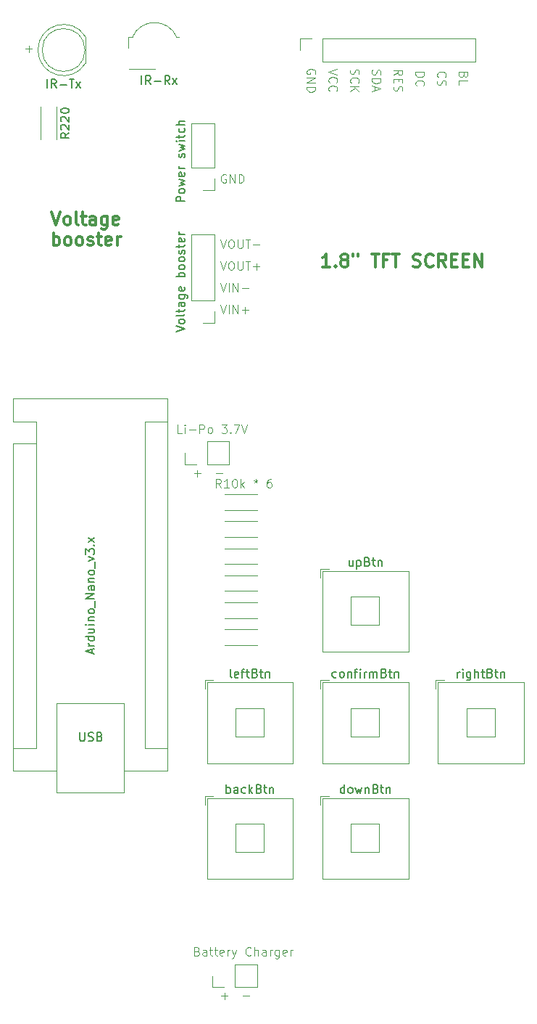
<source format=gbr>
%TF.GenerationSoftware,KiCad,Pcbnew,8.0.5*%
%TF.CreationDate,2024-11-02T20:08:25+01:00*%
%TF.ProjectId,universal_remote,756e6976-6572-4736-916c-5f72656d6f74,rev?*%
%TF.SameCoordinates,Original*%
%TF.FileFunction,Legend,Top*%
%TF.FilePolarity,Positive*%
%FSLAX46Y46*%
G04 Gerber Fmt 4.6, Leading zero omitted, Abs format (unit mm)*
G04 Created by KiCad (PCBNEW 8.0.5) date 2024-11-02 20:08:25*
%MOMM*%
%LPD*%
G01*
G04 APERTURE LIST*
%ADD10C,0.100000*%
%ADD11C,0.150000*%
%ADD12C,0.300000*%
%ADD13C,0.120000*%
G04 APERTURE END LIST*
D10*
X126526027Y-68722419D02*
X126859360Y-69722419D01*
X126859360Y-69722419D02*
X127192693Y-68722419D01*
X127526027Y-69722419D02*
X127526027Y-68722419D01*
X128002217Y-69722419D02*
X128002217Y-68722419D01*
X128002217Y-68722419D02*
X128573645Y-69722419D01*
X128573645Y-69722419D02*
X128573645Y-68722419D01*
X129049836Y-69341466D02*
X129811741Y-69341466D01*
X129430788Y-69722419D02*
X129430788Y-68960514D01*
X127192693Y-53530038D02*
X127097455Y-53482419D01*
X127097455Y-53482419D02*
X126954598Y-53482419D01*
X126954598Y-53482419D02*
X126811741Y-53530038D01*
X126811741Y-53530038D02*
X126716503Y-53625276D01*
X126716503Y-53625276D02*
X126668884Y-53720514D01*
X126668884Y-53720514D02*
X126621265Y-53910990D01*
X126621265Y-53910990D02*
X126621265Y-54053847D01*
X126621265Y-54053847D02*
X126668884Y-54244323D01*
X126668884Y-54244323D02*
X126716503Y-54339561D01*
X126716503Y-54339561D02*
X126811741Y-54434800D01*
X126811741Y-54434800D02*
X126954598Y-54482419D01*
X126954598Y-54482419D02*
X127049836Y-54482419D01*
X127049836Y-54482419D02*
X127192693Y-54434800D01*
X127192693Y-54434800D02*
X127240312Y-54387180D01*
X127240312Y-54387180D02*
X127240312Y-54053847D01*
X127240312Y-54053847D02*
X127049836Y-54053847D01*
X127668884Y-54482419D02*
X127668884Y-53482419D01*
X127668884Y-53482419D02*
X128240312Y-54482419D01*
X128240312Y-54482419D02*
X128240312Y-53482419D01*
X128716503Y-54482419D02*
X128716503Y-53482419D01*
X128716503Y-53482419D02*
X128954598Y-53482419D01*
X128954598Y-53482419D02*
X129097455Y-53530038D01*
X129097455Y-53530038D02*
X129192693Y-53625276D01*
X129192693Y-53625276D02*
X129240312Y-53720514D01*
X129240312Y-53720514D02*
X129287931Y-53910990D01*
X129287931Y-53910990D02*
X129287931Y-54053847D01*
X129287931Y-54053847D02*
X129240312Y-54244323D01*
X129240312Y-54244323D02*
X129192693Y-54339561D01*
X129192693Y-54339561D02*
X129097455Y-54434800D01*
X129097455Y-54434800D02*
X128954598Y-54482419D01*
X128954598Y-54482419D02*
X128716503Y-54482419D01*
X126605312Y-90042419D02*
X126271979Y-89566228D01*
X126033884Y-90042419D02*
X126033884Y-89042419D01*
X126033884Y-89042419D02*
X126414836Y-89042419D01*
X126414836Y-89042419D02*
X126510074Y-89090038D01*
X126510074Y-89090038D02*
X126557693Y-89137657D01*
X126557693Y-89137657D02*
X126605312Y-89232895D01*
X126605312Y-89232895D02*
X126605312Y-89375752D01*
X126605312Y-89375752D02*
X126557693Y-89470990D01*
X126557693Y-89470990D02*
X126510074Y-89518609D01*
X126510074Y-89518609D02*
X126414836Y-89566228D01*
X126414836Y-89566228D02*
X126033884Y-89566228D01*
X127557693Y-90042419D02*
X126986265Y-90042419D01*
X127271979Y-90042419D02*
X127271979Y-89042419D01*
X127271979Y-89042419D02*
X127176741Y-89185276D01*
X127176741Y-89185276D02*
X127081503Y-89280514D01*
X127081503Y-89280514D02*
X126986265Y-89328133D01*
X128176741Y-89042419D02*
X128271979Y-89042419D01*
X128271979Y-89042419D02*
X128367217Y-89090038D01*
X128367217Y-89090038D02*
X128414836Y-89137657D01*
X128414836Y-89137657D02*
X128462455Y-89232895D01*
X128462455Y-89232895D02*
X128510074Y-89423371D01*
X128510074Y-89423371D02*
X128510074Y-89661466D01*
X128510074Y-89661466D02*
X128462455Y-89851942D01*
X128462455Y-89851942D02*
X128414836Y-89947180D01*
X128414836Y-89947180D02*
X128367217Y-89994800D01*
X128367217Y-89994800D02*
X128271979Y-90042419D01*
X128271979Y-90042419D02*
X128176741Y-90042419D01*
X128176741Y-90042419D02*
X128081503Y-89994800D01*
X128081503Y-89994800D02*
X128033884Y-89947180D01*
X128033884Y-89947180D02*
X127986265Y-89851942D01*
X127986265Y-89851942D02*
X127938646Y-89661466D01*
X127938646Y-89661466D02*
X127938646Y-89423371D01*
X127938646Y-89423371D02*
X127986265Y-89232895D01*
X127986265Y-89232895D02*
X128033884Y-89137657D01*
X128033884Y-89137657D02*
X128081503Y-89090038D01*
X128081503Y-89090038D02*
X128176741Y-89042419D01*
X128938646Y-90042419D02*
X128938646Y-89042419D01*
X129033884Y-89661466D02*
X129319598Y-90042419D01*
X129319598Y-89375752D02*
X128938646Y-89756704D01*
X130652932Y-89042419D02*
X130652932Y-89280514D01*
X130414837Y-89185276D02*
X130652932Y-89280514D01*
X130652932Y-89280514D02*
X130891027Y-89185276D01*
X130510075Y-89470990D02*
X130652932Y-89280514D01*
X130652932Y-89280514D02*
X130795789Y-89470990D01*
X132462456Y-89042419D02*
X132271980Y-89042419D01*
X132271980Y-89042419D02*
X132176742Y-89090038D01*
X132176742Y-89090038D02*
X132129123Y-89137657D01*
X132129123Y-89137657D02*
X132033885Y-89280514D01*
X132033885Y-89280514D02*
X131986266Y-89470990D01*
X131986266Y-89470990D02*
X131986266Y-89851942D01*
X131986266Y-89851942D02*
X132033885Y-89947180D01*
X132033885Y-89947180D02*
X132081504Y-89994800D01*
X132081504Y-89994800D02*
X132176742Y-90042419D01*
X132176742Y-90042419D02*
X132367218Y-90042419D01*
X132367218Y-90042419D02*
X132462456Y-89994800D01*
X132462456Y-89994800D02*
X132510075Y-89947180D01*
X132510075Y-89947180D02*
X132557694Y-89851942D01*
X132557694Y-89851942D02*
X132557694Y-89613847D01*
X132557694Y-89613847D02*
X132510075Y-89518609D01*
X132510075Y-89518609D02*
X132462456Y-89470990D01*
X132462456Y-89470990D02*
X132367218Y-89423371D01*
X132367218Y-89423371D02*
X132176742Y-89423371D01*
X132176742Y-89423371D02*
X132081504Y-89470990D01*
X132081504Y-89470990D02*
X132033885Y-89518609D01*
X132033885Y-89518609D02*
X131986266Y-89613847D01*
X123493884Y-88391466D02*
X124255789Y-88391466D01*
X123874836Y-88772419D02*
X123874836Y-88010514D01*
X144320200Y-41330714D02*
X144272580Y-41473571D01*
X144272580Y-41473571D02*
X144272580Y-41711666D01*
X144272580Y-41711666D02*
X144320200Y-41806904D01*
X144320200Y-41806904D02*
X144367819Y-41854523D01*
X144367819Y-41854523D02*
X144463057Y-41902142D01*
X144463057Y-41902142D02*
X144558295Y-41902142D01*
X144558295Y-41902142D02*
X144653533Y-41854523D01*
X144653533Y-41854523D02*
X144701152Y-41806904D01*
X144701152Y-41806904D02*
X144748771Y-41711666D01*
X144748771Y-41711666D02*
X144796390Y-41521190D01*
X144796390Y-41521190D02*
X144844009Y-41425952D01*
X144844009Y-41425952D02*
X144891628Y-41378333D01*
X144891628Y-41378333D02*
X144986866Y-41330714D01*
X144986866Y-41330714D02*
X145082104Y-41330714D01*
X145082104Y-41330714D02*
X145177342Y-41378333D01*
X145177342Y-41378333D02*
X145224961Y-41425952D01*
X145224961Y-41425952D02*
X145272580Y-41521190D01*
X145272580Y-41521190D02*
X145272580Y-41759285D01*
X145272580Y-41759285D02*
X145224961Y-41902142D01*
X144272580Y-42330714D02*
X145272580Y-42330714D01*
X145272580Y-42330714D02*
X145272580Y-42568809D01*
X145272580Y-42568809D02*
X145224961Y-42711666D01*
X145224961Y-42711666D02*
X145129723Y-42806904D01*
X145129723Y-42806904D02*
X145034485Y-42854523D01*
X145034485Y-42854523D02*
X144844009Y-42902142D01*
X144844009Y-42902142D02*
X144701152Y-42902142D01*
X144701152Y-42902142D02*
X144510676Y-42854523D01*
X144510676Y-42854523D02*
X144415438Y-42806904D01*
X144415438Y-42806904D02*
X144320200Y-42711666D01*
X144320200Y-42711666D02*
X144272580Y-42568809D01*
X144272580Y-42568809D02*
X144272580Y-42330714D01*
X144558295Y-43283095D02*
X144558295Y-43759285D01*
X144272580Y-43187857D02*
X145272580Y-43521190D01*
X145272580Y-43521190D02*
X144272580Y-43854523D01*
X146812580Y-41925952D02*
X147288771Y-41592619D01*
X146812580Y-41354524D02*
X147812580Y-41354524D01*
X147812580Y-41354524D02*
X147812580Y-41735476D01*
X147812580Y-41735476D02*
X147764961Y-41830714D01*
X147764961Y-41830714D02*
X147717342Y-41878333D01*
X147717342Y-41878333D02*
X147622104Y-41925952D01*
X147622104Y-41925952D02*
X147479247Y-41925952D01*
X147479247Y-41925952D02*
X147384009Y-41878333D01*
X147384009Y-41878333D02*
X147336390Y-41830714D01*
X147336390Y-41830714D02*
X147288771Y-41735476D01*
X147288771Y-41735476D02*
X147288771Y-41354524D01*
X147336390Y-42354524D02*
X147336390Y-42687857D01*
X146812580Y-42830714D02*
X146812580Y-42354524D01*
X146812580Y-42354524D02*
X147812580Y-42354524D01*
X147812580Y-42354524D02*
X147812580Y-42830714D01*
X146860200Y-43211667D02*
X146812580Y-43354524D01*
X146812580Y-43354524D02*
X146812580Y-43592619D01*
X146812580Y-43592619D02*
X146860200Y-43687857D01*
X146860200Y-43687857D02*
X146907819Y-43735476D01*
X146907819Y-43735476D02*
X147003057Y-43783095D01*
X147003057Y-43783095D02*
X147098295Y-43783095D01*
X147098295Y-43783095D02*
X147193533Y-43735476D01*
X147193533Y-43735476D02*
X147241152Y-43687857D01*
X147241152Y-43687857D02*
X147288771Y-43592619D01*
X147288771Y-43592619D02*
X147336390Y-43402143D01*
X147336390Y-43402143D02*
X147384009Y-43306905D01*
X147384009Y-43306905D02*
X147431628Y-43259286D01*
X147431628Y-43259286D02*
X147526866Y-43211667D01*
X147526866Y-43211667D02*
X147622104Y-43211667D01*
X147622104Y-43211667D02*
X147717342Y-43259286D01*
X147717342Y-43259286D02*
X147764961Y-43306905D01*
X147764961Y-43306905D02*
X147812580Y-43402143D01*
X147812580Y-43402143D02*
X147812580Y-43640238D01*
X147812580Y-43640238D02*
X147764961Y-43783095D01*
X149352580Y-41578884D02*
X150352580Y-41578884D01*
X150352580Y-41578884D02*
X150352580Y-41816979D01*
X150352580Y-41816979D02*
X150304961Y-41959836D01*
X150304961Y-41959836D02*
X150209723Y-42055074D01*
X150209723Y-42055074D02*
X150114485Y-42102693D01*
X150114485Y-42102693D02*
X149924009Y-42150312D01*
X149924009Y-42150312D02*
X149781152Y-42150312D01*
X149781152Y-42150312D02*
X149590676Y-42102693D01*
X149590676Y-42102693D02*
X149495438Y-42055074D01*
X149495438Y-42055074D02*
X149400200Y-41959836D01*
X149400200Y-41959836D02*
X149352580Y-41816979D01*
X149352580Y-41816979D02*
X149352580Y-41578884D01*
X149447819Y-43150312D02*
X149400200Y-43102693D01*
X149400200Y-43102693D02*
X149352580Y-42959836D01*
X149352580Y-42959836D02*
X149352580Y-42864598D01*
X149352580Y-42864598D02*
X149400200Y-42721741D01*
X149400200Y-42721741D02*
X149495438Y-42626503D01*
X149495438Y-42626503D02*
X149590676Y-42578884D01*
X149590676Y-42578884D02*
X149781152Y-42531265D01*
X149781152Y-42531265D02*
X149924009Y-42531265D01*
X149924009Y-42531265D02*
X150114485Y-42578884D01*
X150114485Y-42578884D02*
X150209723Y-42626503D01*
X150209723Y-42626503D02*
X150304961Y-42721741D01*
X150304961Y-42721741D02*
X150352580Y-42864598D01*
X150352580Y-42864598D02*
X150352580Y-42959836D01*
X150352580Y-42959836D02*
X150304961Y-43102693D01*
X150304961Y-43102693D02*
X150257342Y-43150312D01*
X141780200Y-41259286D02*
X141732580Y-41402143D01*
X141732580Y-41402143D02*
X141732580Y-41640238D01*
X141732580Y-41640238D02*
X141780200Y-41735476D01*
X141780200Y-41735476D02*
X141827819Y-41783095D01*
X141827819Y-41783095D02*
X141923057Y-41830714D01*
X141923057Y-41830714D02*
X142018295Y-41830714D01*
X142018295Y-41830714D02*
X142113533Y-41783095D01*
X142113533Y-41783095D02*
X142161152Y-41735476D01*
X142161152Y-41735476D02*
X142208771Y-41640238D01*
X142208771Y-41640238D02*
X142256390Y-41449762D01*
X142256390Y-41449762D02*
X142304009Y-41354524D01*
X142304009Y-41354524D02*
X142351628Y-41306905D01*
X142351628Y-41306905D02*
X142446866Y-41259286D01*
X142446866Y-41259286D02*
X142542104Y-41259286D01*
X142542104Y-41259286D02*
X142637342Y-41306905D01*
X142637342Y-41306905D02*
X142684961Y-41354524D01*
X142684961Y-41354524D02*
X142732580Y-41449762D01*
X142732580Y-41449762D02*
X142732580Y-41687857D01*
X142732580Y-41687857D02*
X142684961Y-41830714D01*
X141827819Y-42830714D02*
X141780200Y-42783095D01*
X141780200Y-42783095D02*
X141732580Y-42640238D01*
X141732580Y-42640238D02*
X141732580Y-42545000D01*
X141732580Y-42545000D02*
X141780200Y-42402143D01*
X141780200Y-42402143D02*
X141875438Y-42306905D01*
X141875438Y-42306905D02*
X141970676Y-42259286D01*
X141970676Y-42259286D02*
X142161152Y-42211667D01*
X142161152Y-42211667D02*
X142304009Y-42211667D01*
X142304009Y-42211667D02*
X142494485Y-42259286D01*
X142494485Y-42259286D02*
X142589723Y-42306905D01*
X142589723Y-42306905D02*
X142684961Y-42402143D01*
X142684961Y-42402143D02*
X142732580Y-42545000D01*
X142732580Y-42545000D02*
X142732580Y-42640238D01*
X142732580Y-42640238D02*
X142684961Y-42783095D01*
X142684961Y-42783095D02*
X142637342Y-42830714D01*
X141732580Y-43259286D02*
X142732580Y-43259286D01*
X141732580Y-43830714D02*
X142304009Y-43402143D01*
X142732580Y-43830714D02*
X142161152Y-43259286D01*
X151987819Y-42150312D02*
X151940200Y-42102693D01*
X151940200Y-42102693D02*
X151892580Y-41959836D01*
X151892580Y-41959836D02*
X151892580Y-41864598D01*
X151892580Y-41864598D02*
X151940200Y-41721741D01*
X151940200Y-41721741D02*
X152035438Y-41626503D01*
X152035438Y-41626503D02*
X152130676Y-41578884D01*
X152130676Y-41578884D02*
X152321152Y-41531265D01*
X152321152Y-41531265D02*
X152464009Y-41531265D01*
X152464009Y-41531265D02*
X152654485Y-41578884D01*
X152654485Y-41578884D02*
X152749723Y-41626503D01*
X152749723Y-41626503D02*
X152844961Y-41721741D01*
X152844961Y-41721741D02*
X152892580Y-41864598D01*
X152892580Y-41864598D02*
X152892580Y-41959836D01*
X152892580Y-41959836D02*
X152844961Y-42102693D01*
X152844961Y-42102693D02*
X152797342Y-42150312D01*
X151940200Y-42531265D02*
X151892580Y-42674122D01*
X151892580Y-42674122D02*
X151892580Y-42912217D01*
X151892580Y-42912217D02*
X151940200Y-43007455D01*
X151940200Y-43007455D02*
X151987819Y-43055074D01*
X151987819Y-43055074D02*
X152083057Y-43102693D01*
X152083057Y-43102693D02*
X152178295Y-43102693D01*
X152178295Y-43102693D02*
X152273533Y-43055074D01*
X152273533Y-43055074D02*
X152321152Y-43007455D01*
X152321152Y-43007455D02*
X152368771Y-42912217D01*
X152368771Y-42912217D02*
X152416390Y-42721741D01*
X152416390Y-42721741D02*
X152464009Y-42626503D01*
X152464009Y-42626503D02*
X152511628Y-42578884D01*
X152511628Y-42578884D02*
X152606866Y-42531265D01*
X152606866Y-42531265D02*
X152702104Y-42531265D01*
X152702104Y-42531265D02*
X152797342Y-42578884D01*
X152797342Y-42578884D02*
X152844961Y-42626503D01*
X152844961Y-42626503D02*
X152892580Y-42721741D01*
X152892580Y-42721741D02*
X152892580Y-42959836D01*
X152892580Y-42959836D02*
X152844961Y-43102693D01*
D11*
X117356191Y-42999819D02*
X117356191Y-41999819D01*
X118403809Y-42999819D02*
X118070476Y-42523628D01*
X117832381Y-42999819D02*
X117832381Y-41999819D01*
X117832381Y-41999819D02*
X118213333Y-41999819D01*
X118213333Y-41999819D02*
X118308571Y-42047438D01*
X118308571Y-42047438D02*
X118356190Y-42095057D01*
X118356190Y-42095057D02*
X118403809Y-42190295D01*
X118403809Y-42190295D02*
X118403809Y-42333152D01*
X118403809Y-42333152D02*
X118356190Y-42428390D01*
X118356190Y-42428390D02*
X118308571Y-42476009D01*
X118308571Y-42476009D02*
X118213333Y-42523628D01*
X118213333Y-42523628D02*
X117832381Y-42523628D01*
X118832381Y-42618866D02*
X119594286Y-42618866D01*
X120641904Y-42999819D02*
X120308571Y-42523628D01*
X120070476Y-42999819D02*
X120070476Y-41999819D01*
X120070476Y-41999819D02*
X120451428Y-41999819D01*
X120451428Y-41999819D02*
X120546666Y-42047438D01*
X120546666Y-42047438D02*
X120594285Y-42095057D01*
X120594285Y-42095057D02*
X120641904Y-42190295D01*
X120641904Y-42190295D02*
X120641904Y-42333152D01*
X120641904Y-42333152D02*
X120594285Y-42428390D01*
X120594285Y-42428390D02*
X120546666Y-42476009D01*
X120546666Y-42476009D02*
X120451428Y-42523628D01*
X120451428Y-42523628D02*
X120070476Y-42523628D01*
X120975238Y-42999819D02*
X121499047Y-42333152D01*
X120975238Y-42333152D02*
X121499047Y-42999819D01*
D10*
X129208884Y-149351466D02*
X129970789Y-149351466D01*
D12*
X139340225Y-64300828D02*
X138483082Y-64300828D01*
X138911653Y-64300828D02*
X138911653Y-62800828D01*
X138911653Y-62800828D02*
X138768796Y-63015114D01*
X138768796Y-63015114D02*
X138625939Y-63157971D01*
X138625939Y-63157971D02*
X138483082Y-63229400D01*
X139983081Y-64157971D02*
X140054510Y-64229400D01*
X140054510Y-64229400D02*
X139983081Y-64300828D01*
X139983081Y-64300828D02*
X139911653Y-64229400D01*
X139911653Y-64229400D02*
X139983081Y-64157971D01*
X139983081Y-64157971D02*
X139983081Y-64300828D01*
X140911653Y-63443685D02*
X140768796Y-63372257D01*
X140768796Y-63372257D02*
X140697367Y-63300828D01*
X140697367Y-63300828D02*
X140625939Y-63157971D01*
X140625939Y-63157971D02*
X140625939Y-63086542D01*
X140625939Y-63086542D02*
X140697367Y-62943685D01*
X140697367Y-62943685D02*
X140768796Y-62872257D01*
X140768796Y-62872257D02*
X140911653Y-62800828D01*
X140911653Y-62800828D02*
X141197367Y-62800828D01*
X141197367Y-62800828D02*
X141340225Y-62872257D01*
X141340225Y-62872257D02*
X141411653Y-62943685D01*
X141411653Y-62943685D02*
X141483082Y-63086542D01*
X141483082Y-63086542D02*
X141483082Y-63157971D01*
X141483082Y-63157971D02*
X141411653Y-63300828D01*
X141411653Y-63300828D02*
X141340225Y-63372257D01*
X141340225Y-63372257D02*
X141197367Y-63443685D01*
X141197367Y-63443685D02*
X140911653Y-63443685D01*
X140911653Y-63443685D02*
X140768796Y-63515114D01*
X140768796Y-63515114D02*
X140697367Y-63586542D01*
X140697367Y-63586542D02*
X140625939Y-63729400D01*
X140625939Y-63729400D02*
X140625939Y-64015114D01*
X140625939Y-64015114D02*
X140697367Y-64157971D01*
X140697367Y-64157971D02*
X140768796Y-64229400D01*
X140768796Y-64229400D02*
X140911653Y-64300828D01*
X140911653Y-64300828D02*
X141197367Y-64300828D01*
X141197367Y-64300828D02*
X141340225Y-64229400D01*
X141340225Y-64229400D02*
X141411653Y-64157971D01*
X141411653Y-64157971D02*
X141483082Y-64015114D01*
X141483082Y-64015114D02*
X141483082Y-63729400D01*
X141483082Y-63729400D02*
X141411653Y-63586542D01*
X141411653Y-63586542D02*
X141340225Y-63515114D01*
X141340225Y-63515114D02*
X141197367Y-63443685D01*
X142054510Y-62800828D02*
X142054510Y-63086542D01*
X142625938Y-62800828D02*
X142625938Y-63086542D01*
X144197367Y-62800828D02*
X145054510Y-62800828D01*
X144625938Y-64300828D02*
X144625938Y-62800828D01*
X146054509Y-63515114D02*
X145554509Y-63515114D01*
X145554509Y-64300828D02*
X145554509Y-62800828D01*
X145554509Y-62800828D02*
X146268795Y-62800828D01*
X146625938Y-62800828D02*
X147483081Y-62800828D01*
X147054509Y-64300828D02*
X147054509Y-62800828D01*
X149054509Y-64229400D02*
X149268795Y-64300828D01*
X149268795Y-64300828D02*
X149625937Y-64300828D01*
X149625937Y-64300828D02*
X149768795Y-64229400D01*
X149768795Y-64229400D02*
X149840223Y-64157971D01*
X149840223Y-64157971D02*
X149911652Y-64015114D01*
X149911652Y-64015114D02*
X149911652Y-63872257D01*
X149911652Y-63872257D02*
X149840223Y-63729400D01*
X149840223Y-63729400D02*
X149768795Y-63657971D01*
X149768795Y-63657971D02*
X149625937Y-63586542D01*
X149625937Y-63586542D02*
X149340223Y-63515114D01*
X149340223Y-63515114D02*
X149197366Y-63443685D01*
X149197366Y-63443685D02*
X149125937Y-63372257D01*
X149125937Y-63372257D02*
X149054509Y-63229400D01*
X149054509Y-63229400D02*
X149054509Y-63086542D01*
X149054509Y-63086542D02*
X149125937Y-62943685D01*
X149125937Y-62943685D02*
X149197366Y-62872257D01*
X149197366Y-62872257D02*
X149340223Y-62800828D01*
X149340223Y-62800828D02*
X149697366Y-62800828D01*
X149697366Y-62800828D02*
X149911652Y-62872257D01*
X151411651Y-64157971D02*
X151340223Y-64229400D01*
X151340223Y-64229400D02*
X151125937Y-64300828D01*
X151125937Y-64300828D02*
X150983080Y-64300828D01*
X150983080Y-64300828D02*
X150768794Y-64229400D01*
X150768794Y-64229400D02*
X150625937Y-64086542D01*
X150625937Y-64086542D02*
X150554508Y-63943685D01*
X150554508Y-63943685D02*
X150483080Y-63657971D01*
X150483080Y-63657971D02*
X150483080Y-63443685D01*
X150483080Y-63443685D02*
X150554508Y-63157971D01*
X150554508Y-63157971D02*
X150625937Y-63015114D01*
X150625937Y-63015114D02*
X150768794Y-62872257D01*
X150768794Y-62872257D02*
X150983080Y-62800828D01*
X150983080Y-62800828D02*
X151125937Y-62800828D01*
X151125937Y-62800828D02*
X151340223Y-62872257D01*
X151340223Y-62872257D02*
X151411651Y-62943685D01*
X152911651Y-64300828D02*
X152411651Y-63586542D01*
X152054508Y-64300828D02*
X152054508Y-62800828D01*
X152054508Y-62800828D02*
X152625937Y-62800828D01*
X152625937Y-62800828D02*
X152768794Y-62872257D01*
X152768794Y-62872257D02*
X152840223Y-62943685D01*
X152840223Y-62943685D02*
X152911651Y-63086542D01*
X152911651Y-63086542D02*
X152911651Y-63300828D01*
X152911651Y-63300828D02*
X152840223Y-63443685D01*
X152840223Y-63443685D02*
X152768794Y-63515114D01*
X152768794Y-63515114D02*
X152625937Y-63586542D01*
X152625937Y-63586542D02*
X152054508Y-63586542D01*
X153554508Y-63515114D02*
X154054508Y-63515114D01*
X154268794Y-64300828D02*
X153554508Y-64300828D01*
X153554508Y-64300828D02*
X153554508Y-62800828D01*
X153554508Y-62800828D02*
X154268794Y-62800828D01*
X154911651Y-63515114D02*
X155411651Y-63515114D01*
X155625937Y-64300828D02*
X154911651Y-64300828D01*
X154911651Y-64300828D02*
X154911651Y-62800828D01*
X154911651Y-62800828D02*
X155625937Y-62800828D01*
X156268794Y-64300828D02*
X156268794Y-62800828D01*
X156268794Y-62800828D02*
X157125937Y-64300828D01*
X157125937Y-64300828D02*
X157125937Y-62800828D01*
D10*
X126526027Y-61102419D02*
X126859360Y-62102419D01*
X126859360Y-62102419D02*
X127192693Y-61102419D01*
X127716503Y-61102419D02*
X127906979Y-61102419D01*
X127906979Y-61102419D02*
X128002217Y-61150038D01*
X128002217Y-61150038D02*
X128097455Y-61245276D01*
X128097455Y-61245276D02*
X128145074Y-61435752D01*
X128145074Y-61435752D02*
X128145074Y-61769085D01*
X128145074Y-61769085D02*
X128097455Y-61959561D01*
X128097455Y-61959561D02*
X128002217Y-62054800D01*
X128002217Y-62054800D02*
X127906979Y-62102419D01*
X127906979Y-62102419D02*
X127716503Y-62102419D01*
X127716503Y-62102419D02*
X127621265Y-62054800D01*
X127621265Y-62054800D02*
X127526027Y-61959561D01*
X127526027Y-61959561D02*
X127478408Y-61769085D01*
X127478408Y-61769085D02*
X127478408Y-61435752D01*
X127478408Y-61435752D02*
X127526027Y-61245276D01*
X127526027Y-61245276D02*
X127621265Y-61150038D01*
X127621265Y-61150038D02*
X127716503Y-61102419D01*
X128573646Y-61102419D02*
X128573646Y-61911942D01*
X128573646Y-61911942D02*
X128621265Y-62007180D01*
X128621265Y-62007180D02*
X128668884Y-62054800D01*
X128668884Y-62054800D02*
X128764122Y-62102419D01*
X128764122Y-62102419D02*
X128954598Y-62102419D01*
X128954598Y-62102419D02*
X129049836Y-62054800D01*
X129049836Y-62054800D02*
X129097455Y-62007180D01*
X129097455Y-62007180D02*
X129145074Y-61911942D01*
X129145074Y-61911942D02*
X129145074Y-61102419D01*
X129478408Y-61102419D02*
X130049836Y-61102419D01*
X129764122Y-62102419D02*
X129764122Y-61102419D01*
X130383170Y-61721466D02*
X131145075Y-61721466D01*
X137604961Y-41783095D02*
X137652580Y-41687857D01*
X137652580Y-41687857D02*
X137652580Y-41545000D01*
X137652580Y-41545000D02*
X137604961Y-41402143D01*
X137604961Y-41402143D02*
X137509723Y-41306905D01*
X137509723Y-41306905D02*
X137414485Y-41259286D01*
X137414485Y-41259286D02*
X137224009Y-41211667D01*
X137224009Y-41211667D02*
X137081152Y-41211667D01*
X137081152Y-41211667D02*
X136890676Y-41259286D01*
X136890676Y-41259286D02*
X136795438Y-41306905D01*
X136795438Y-41306905D02*
X136700200Y-41402143D01*
X136700200Y-41402143D02*
X136652580Y-41545000D01*
X136652580Y-41545000D02*
X136652580Y-41640238D01*
X136652580Y-41640238D02*
X136700200Y-41783095D01*
X136700200Y-41783095D02*
X136747819Y-41830714D01*
X136747819Y-41830714D02*
X137081152Y-41830714D01*
X137081152Y-41830714D02*
X137081152Y-41640238D01*
X136652580Y-42259286D02*
X137652580Y-42259286D01*
X137652580Y-42259286D02*
X136652580Y-42830714D01*
X136652580Y-42830714D02*
X137652580Y-42830714D01*
X136652580Y-43306905D02*
X137652580Y-43306905D01*
X137652580Y-43306905D02*
X137652580Y-43545000D01*
X137652580Y-43545000D02*
X137604961Y-43687857D01*
X137604961Y-43687857D02*
X137509723Y-43783095D01*
X137509723Y-43783095D02*
X137414485Y-43830714D01*
X137414485Y-43830714D02*
X137224009Y-43878333D01*
X137224009Y-43878333D02*
X137081152Y-43878333D01*
X137081152Y-43878333D02*
X136890676Y-43830714D01*
X136890676Y-43830714D02*
X136795438Y-43783095D01*
X136795438Y-43783095D02*
X136700200Y-43687857D01*
X136700200Y-43687857D02*
X136652580Y-43545000D01*
X136652580Y-43545000D02*
X136652580Y-43306905D01*
X123827217Y-144128609D02*
X123970074Y-144176228D01*
X123970074Y-144176228D02*
X124017693Y-144223847D01*
X124017693Y-144223847D02*
X124065312Y-144319085D01*
X124065312Y-144319085D02*
X124065312Y-144461942D01*
X124065312Y-144461942D02*
X124017693Y-144557180D01*
X124017693Y-144557180D02*
X123970074Y-144604800D01*
X123970074Y-144604800D02*
X123874836Y-144652419D01*
X123874836Y-144652419D02*
X123493884Y-144652419D01*
X123493884Y-144652419D02*
X123493884Y-143652419D01*
X123493884Y-143652419D02*
X123827217Y-143652419D01*
X123827217Y-143652419D02*
X123922455Y-143700038D01*
X123922455Y-143700038D02*
X123970074Y-143747657D01*
X123970074Y-143747657D02*
X124017693Y-143842895D01*
X124017693Y-143842895D02*
X124017693Y-143938133D01*
X124017693Y-143938133D02*
X123970074Y-144033371D01*
X123970074Y-144033371D02*
X123922455Y-144080990D01*
X123922455Y-144080990D02*
X123827217Y-144128609D01*
X123827217Y-144128609D02*
X123493884Y-144128609D01*
X124922455Y-144652419D02*
X124922455Y-144128609D01*
X124922455Y-144128609D02*
X124874836Y-144033371D01*
X124874836Y-144033371D02*
X124779598Y-143985752D01*
X124779598Y-143985752D02*
X124589122Y-143985752D01*
X124589122Y-143985752D02*
X124493884Y-144033371D01*
X124922455Y-144604800D02*
X124827217Y-144652419D01*
X124827217Y-144652419D02*
X124589122Y-144652419D01*
X124589122Y-144652419D02*
X124493884Y-144604800D01*
X124493884Y-144604800D02*
X124446265Y-144509561D01*
X124446265Y-144509561D02*
X124446265Y-144414323D01*
X124446265Y-144414323D02*
X124493884Y-144319085D01*
X124493884Y-144319085D02*
X124589122Y-144271466D01*
X124589122Y-144271466D02*
X124827217Y-144271466D01*
X124827217Y-144271466D02*
X124922455Y-144223847D01*
X125255789Y-143985752D02*
X125636741Y-143985752D01*
X125398646Y-143652419D02*
X125398646Y-144509561D01*
X125398646Y-144509561D02*
X125446265Y-144604800D01*
X125446265Y-144604800D02*
X125541503Y-144652419D01*
X125541503Y-144652419D02*
X125636741Y-144652419D01*
X125827218Y-143985752D02*
X126208170Y-143985752D01*
X125970075Y-143652419D02*
X125970075Y-144509561D01*
X125970075Y-144509561D02*
X126017694Y-144604800D01*
X126017694Y-144604800D02*
X126112932Y-144652419D01*
X126112932Y-144652419D02*
X126208170Y-144652419D01*
X126922456Y-144604800D02*
X126827218Y-144652419D01*
X126827218Y-144652419D02*
X126636742Y-144652419D01*
X126636742Y-144652419D02*
X126541504Y-144604800D01*
X126541504Y-144604800D02*
X126493885Y-144509561D01*
X126493885Y-144509561D02*
X126493885Y-144128609D01*
X126493885Y-144128609D02*
X126541504Y-144033371D01*
X126541504Y-144033371D02*
X126636742Y-143985752D01*
X126636742Y-143985752D02*
X126827218Y-143985752D01*
X126827218Y-143985752D02*
X126922456Y-144033371D01*
X126922456Y-144033371D02*
X126970075Y-144128609D01*
X126970075Y-144128609D02*
X126970075Y-144223847D01*
X126970075Y-144223847D02*
X126493885Y-144319085D01*
X127398647Y-144652419D02*
X127398647Y-143985752D01*
X127398647Y-144176228D02*
X127446266Y-144080990D01*
X127446266Y-144080990D02*
X127493885Y-144033371D01*
X127493885Y-144033371D02*
X127589123Y-143985752D01*
X127589123Y-143985752D02*
X127684361Y-143985752D01*
X127922457Y-143985752D02*
X128160552Y-144652419D01*
X128398647Y-143985752D02*
X128160552Y-144652419D01*
X128160552Y-144652419D02*
X128065314Y-144890514D01*
X128065314Y-144890514D02*
X128017695Y-144938133D01*
X128017695Y-144938133D02*
X127922457Y-144985752D01*
X130112933Y-144557180D02*
X130065314Y-144604800D01*
X130065314Y-144604800D02*
X129922457Y-144652419D01*
X129922457Y-144652419D02*
X129827219Y-144652419D01*
X129827219Y-144652419D02*
X129684362Y-144604800D01*
X129684362Y-144604800D02*
X129589124Y-144509561D01*
X129589124Y-144509561D02*
X129541505Y-144414323D01*
X129541505Y-144414323D02*
X129493886Y-144223847D01*
X129493886Y-144223847D02*
X129493886Y-144080990D01*
X129493886Y-144080990D02*
X129541505Y-143890514D01*
X129541505Y-143890514D02*
X129589124Y-143795276D01*
X129589124Y-143795276D02*
X129684362Y-143700038D01*
X129684362Y-143700038D02*
X129827219Y-143652419D01*
X129827219Y-143652419D02*
X129922457Y-143652419D01*
X129922457Y-143652419D02*
X130065314Y-143700038D01*
X130065314Y-143700038D02*
X130112933Y-143747657D01*
X130541505Y-144652419D02*
X130541505Y-143652419D01*
X130970076Y-144652419D02*
X130970076Y-144128609D01*
X130970076Y-144128609D02*
X130922457Y-144033371D01*
X130922457Y-144033371D02*
X130827219Y-143985752D01*
X130827219Y-143985752D02*
X130684362Y-143985752D01*
X130684362Y-143985752D02*
X130589124Y-144033371D01*
X130589124Y-144033371D02*
X130541505Y-144080990D01*
X131874838Y-144652419D02*
X131874838Y-144128609D01*
X131874838Y-144128609D02*
X131827219Y-144033371D01*
X131827219Y-144033371D02*
X131731981Y-143985752D01*
X131731981Y-143985752D02*
X131541505Y-143985752D01*
X131541505Y-143985752D02*
X131446267Y-144033371D01*
X131874838Y-144604800D02*
X131779600Y-144652419D01*
X131779600Y-144652419D02*
X131541505Y-144652419D01*
X131541505Y-144652419D02*
X131446267Y-144604800D01*
X131446267Y-144604800D02*
X131398648Y-144509561D01*
X131398648Y-144509561D02*
X131398648Y-144414323D01*
X131398648Y-144414323D02*
X131446267Y-144319085D01*
X131446267Y-144319085D02*
X131541505Y-144271466D01*
X131541505Y-144271466D02*
X131779600Y-144271466D01*
X131779600Y-144271466D02*
X131874838Y-144223847D01*
X132351029Y-144652419D02*
X132351029Y-143985752D01*
X132351029Y-144176228D02*
X132398648Y-144080990D01*
X132398648Y-144080990D02*
X132446267Y-144033371D01*
X132446267Y-144033371D02*
X132541505Y-143985752D01*
X132541505Y-143985752D02*
X132636743Y-143985752D01*
X133398648Y-143985752D02*
X133398648Y-144795276D01*
X133398648Y-144795276D02*
X133351029Y-144890514D01*
X133351029Y-144890514D02*
X133303410Y-144938133D01*
X133303410Y-144938133D02*
X133208172Y-144985752D01*
X133208172Y-144985752D02*
X133065315Y-144985752D01*
X133065315Y-144985752D02*
X132970077Y-144938133D01*
X133398648Y-144604800D02*
X133303410Y-144652419D01*
X133303410Y-144652419D02*
X133112934Y-144652419D01*
X133112934Y-144652419D02*
X133017696Y-144604800D01*
X133017696Y-144604800D02*
X132970077Y-144557180D01*
X132970077Y-144557180D02*
X132922458Y-144461942D01*
X132922458Y-144461942D02*
X132922458Y-144176228D01*
X132922458Y-144176228D02*
X132970077Y-144080990D01*
X132970077Y-144080990D02*
X133017696Y-144033371D01*
X133017696Y-144033371D02*
X133112934Y-143985752D01*
X133112934Y-143985752D02*
X133303410Y-143985752D01*
X133303410Y-143985752D02*
X133398648Y-144033371D01*
X134255791Y-144604800D02*
X134160553Y-144652419D01*
X134160553Y-144652419D02*
X133970077Y-144652419D01*
X133970077Y-144652419D02*
X133874839Y-144604800D01*
X133874839Y-144604800D02*
X133827220Y-144509561D01*
X133827220Y-144509561D02*
X133827220Y-144128609D01*
X133827220Y-144128609D02*
X133874839Y-144033371D01*
X133874839Y-144033371D02*
X133970077Y-143985752D01*
X133970077Y-143985752D02*
X134160553Y-143985752D01*
X134160553Y-143985752D02*
X134255791Y-144033371D01*
X134255791Y-144033371D02*
X134303410Y-144128609D01*
X134303410Y-144128609D02*
X134303410Y-144223847D01*
X134303410Y-144223847D02*
X133827220Y-144319085D01*
X134731982Y-144652419D02*
X134731982Y-143985752D01*
X134731982Y-144176228D02*
X134779601Y-144080990D01*
X134779601Y-144080990D02*
X134827220Y-144033371D01*
X134827220Y-144033371D02*
X134922458Y-143985752D01*
X134922458Y-143985752D02*
X135017696Y-143985752D01*
X126526027Y-63642419D02*
X126859360Y-64642419D01*
X126859360Y-64642419D02*
X127192693Y-63642419D01*
X127716503Y-63642419D02*
X127906979Y-63642419D01*
X127906979Y-63642419D02*
X128002217Y-63690038D01*
X128002217Y-63690038D02*
X128097455Y-63785276D01*
X128097455Y-63785276D02*
X128145074Y-63975752D01*
X128145074Y-63975752D02*
X128145074Y-64309085D01*
X128145074Y-64309085D02*
X128097455Y-64499561D01*
X128097455Y-64499561D02*
X128002217Y-64594800D01*
X128002217Y-64594800D02*
X127906979Y-64642419D01*
X127906979Y-64642419D02*
X127716503Y-64642419D01*
X127716503Y-64642419D02*
X127621265Y-64594800D01*
X127621265Y-64594800D02*
X127526027Y-64499561D01*
X127526027Y-64499561D02*
X127478408Y-64309085D01*
X127478408Y-64309085D02*
X127478408Y-63975752D01*
X127478408Y-63975752D02*
X127526027Y-63785276D01*
X127526027Y-63785276D02*
X127621265Y-63690038D01*
X127621265Y-63690038D02*
X127716503Y-63642419D01*
X128573646Y-63642419D02*
X128573646Y-64451942D01*
X128573646Y-64451942D02*
X128621265Y-64547180D01*
X128621265Y-64547180D02*
X128668884Y-64594800D01*
X128668884Y-64594800D02*
X128764122Y-64642419D01*
X128764122Y-64642419D02*
X128954598Y-64642419D01*
X128954598Y-64642419D02*
X129049836Y-64594800D01*
X129049836Y-64594800D02*
X129097455Y-64547180D01*
X129097455Y-64547180D02*
X129145074Y-64451942D01*
X129145074Y-64451942D02*
X129145074Y-63642419D01*
X129478408Y-63642419D02*
X130049836Y-63642419D01*
X129764122Y-64642419D02*
X129764122Y-63642419D01*
X130383170Y-64261466D02*
X131145075Y-64261466D01*
X130764122Y-64642419D02*
X130764122Y-63880514D01*
X122065074Y-83692419D02*
X121588884Y-83692419D01*
X121588884Y-83692419D02*
X121588884Y-82692419D01*
X122398408Y-83692419D02*
X122398408Y-83025752D01*
X122398408Y-82692419D02*
X122350789Y-82740038D01*
X122350789Y-82740038D02*
X122398408Y-82787657D01*
X122398408Y-82787657D02*
X122446027Y-82740038D01*
X122446027Y-82740038D02*
X122398408Y-82692419D01*
X122398408Y-82692419D02*
X122398408Y-82787657D01*
X122874598Y-83311466D02*
X123636503Y-83311466D01*
X124112693Y-83692419D02*
X124112693Y-82692419D01*
X124112693Y-82692419D02*
X124493645Y-82692419D01*
X124493645Y-82692419D02*
X124588883Y-82740038D01*
X124588883Y-82740038D02*
X124636502Y-82787657D01*
X124636502Y-82787657D02*
X124684121Y-82882895D01*
X124684121Y-82882895D02*
X124684121Y-83025752D01*
X124684121Y-83025752D02*
X124636502Y-83120990D01*
X124636502Y-83120990D02*
X124588883Y-83168609D01*
X124588883Y-83168609D02*
X124493645Y-83216228D01*
X124493645Y-83216228D02*
X124112693Y-83216228D01*
X125255550Y-83692419D02*
X125160312Y-83644800D01*
X125160312Y-83644800D02*
X125112693Y-83597180D01*
X125112693Y-83597180D02*
X125065074Y-83501942D01*
X125065074Y-83501942D02*
X125065074Y-83216228D01*
X125065074Y-83216228D02*
X125112693Y-83120990D01*
X125112693Y-83120990D02*
X125160312Y-83073371D01*
X125160312Y-83073371D02*
X125255550Y-83025752D01*
X125255550Y-83025752D02*
X125398407Y-83025752D01*
X125398407Y-83025752D02*
X125493645Y-83073371D01*
X125493645Y-83073371D02*
X125541264Y-83120990D01*
X125541264Y-83120990D02*
X125588883Y-83216228D01*
X125588883Y-83216228D02*
X125588883Y-83501942D01*
X125588883Y-83501942D02*
X125541264Y-83597180D01*
X125541264Y-83597180D02*
X125493645Y-83644800D01*
X125493645Y-83644800D02*
X125398407Y-83692419D01*
X125398407Y-83692419D02*
X125255550Y-83692419D01*
X126684122Y-82692419D02*
X127303169Y-82692419D01*
X127303169Y-82692419D02*
X126969836Y-83073371D01*
X126969836Y-83073371D02*
X127112693Y-83073371D01*
X127112693Y-83073371D02*
X127207931Y-83120990D01*
X127207931Y-83120990D02*
X127255550Y-83168609D01*
X127255550Y-83168609D02*
X127303169Y-83263847D01*
X127303169Y-83263847D02*
X127303169Y-83501942D01*
X127303169Y-83501942D02*
X127255550Y-83597180D01*
X127255550Y-83597180D02*
X127207931Y-83644800D01*
X127207931Y-83644800D02*
X127112693Y-83692419D01*
X127112693Y-83692419D02*
X126826979Y-83692419D01*
X126826979Y-83692419D02*
X126731741Y-83644800D01*
X126731741Y-83644800D02*
X126684122Y-83597180D01*
X127731741Y-83597180D02*
X127779360Y-83644800D01*
X127779360Y-83644800D02*
X127731741Y-83692419D01*
X127731741Y-83692419D02*
X127684122Y-83644800D01*
X127684122Y-83644800D02*
X127731741Y-83597180D01*
X127731741Y-83597180D02*
X127731741Y-83692419D01*
X128112693Y-82692419D02*
X128779359Y-82692419D01*
X128779359Y-82692419D02*
X128350788Y-83692419D01*
X129017455Y-82692419D02*
X129350788Y-83692419D01*
X129350788Y-83692419D02*
X129684121Y-82692419D01*
X126526027Y-66182419D02*
X126859360Y-67182419D01*
X126859360Y-67182419D02*
X127192693Y-66182419D01*
X127526027Y-67182419D02*
X127526027Y-66182419D01*
X128002217Y-67182419D02*
X128002217Y-66182419D01*
X128002217Y-66182419D02*
X128573645Y-67182419D01*
X128573645Y-67182419D02*
X128573645Y-66182419D01*
X129049836Y-66801466D02*
X129811741Y-66801466D01*
X126033884Y-88391466D02*
X126795789Y-88391466D01*
X103808884Y-38861466D02*
X104570789Y-38861466D01*
X104189836Y-39242419D02*
X104189836Y-38480514D01*
X126668884Y-149351466D02*
X127430789Y-149351466D01*
X127049836Y-149732419D02*
X127049836Y-148970514D01*
X154956390Y-41912217D02*
X154908771Y-42055074D01*
X154908771Y-42055074D02*
X154861152Y-42102693D01*
X154861152Y-42102693D02*
X154765914Y-42150312D01*
X154765914Y-42150312D02*
X154623057Y-42150312D01*
X154623057Y-42150312D02*
X154527819Y-42102693D01*
X154527819Y-42102693D02*
X154480200Y-42055074D01*
X154480200Y-42055074D02*
X154432580Y-41959836D01*
X154432580Y-41959836D02*
X154432580Y-41578884D01*
X154432580Y-41578884D02*
X155432580Y-41578884D01*
X155432580Y-41578884D02*
X155432580Y-41912217D01*
X155432580Y-41912217D02*
X155384961Y-42007455D01*
X155384961Y-42007455D02*
X155337342Y-42055074D01*
X155337342Y-42055074D02*
X155242104Y-42102693D01*
X155242104Y-42102693D02*
X155146866Y-42102693D01*
X155146866Y-42102693D02*
X155051628Y-42055074D01*
X155051628Y-42055074D02*
X155004009Y-42007455D01*
X155004009Y-42007455D02*
X154956390Y-41912217D01*
X154956390Y-41912217D02*
X154956390Y-41578884D01*
X154432580Y-43055074D02*
X154432580Y-42578884D01*
X154432580Y-42578884D02*
X155432580Y-42578884D01*
D12*
X106840225Y-57885912D02*
X107340225Y-59385912D01*
X107340225Y-59385912D02*
X107840225Y-57885912D01*
X108554510Y-59385912D02*
X108411653Y-59314484D01*
X108411653Y-59314484D02*
X108340224Y-59243055D01*
X108340224Y-59243055D02*
X108268796Y-59100198D01*
X108268796Y-59100198D02*
X108268796Y-58671626D01*
X108268796Y-58671626D02*
X108340224Y-58528769D01*
X108340224Y-58528769D02*
X108411653Y-58457341D01*
X108411653Y-58457341D02*
X108554510Y-58385912D01*
X108554510Y-58385912D02*
X108768796Y-58385912D01*
X108768796Y-58385912D02*
X108911653Y-58457341D01*
X108911653Y-58457341D02*
X108983082Y-58528769D01*
X108983082Y-58528769D02*
X109054510Y-58671626D01*
X109054510Y-58671626D02*
X109054510Y-59100198D01*
X109054510Y-59100198D02*
X108983082Y-59243055D01*
X108983082Y-59243055D02*
X108911653Y-59314484D01*
X108911653Y-59314484D02*
X108768796Y-59385912D01*
X108768796Y-59385912D02*
X108554510Y-59385912D01*
X109911653Y-59385912D02*
X109768796Y-59314484D01*
X109768796Y-59314484D02*
X109697367Y-59171626D01*
X109697367Y-59171626D02*
X109697367Y-57885912D01*
X110268796Y-58385912D02*
X110840224Y-58385912D01*
X110483081Y-57885912D02*
X110483081Y-59171626D01*
X110483081Y-59171626D02*
X110554510Y-59314484D01*
X110554510Y-59314484D02*
X110697367Y-59385912D01*
X110697367Y-59385912D02*
X110840224Y-59385912D01*
X111983082Y-59385912D02*
X111983082Y-58600198D01*
X111983082Y-58600198D02*
X111911653Y-58457341D01*
X111911653Y-58457341D02*
X111768796Y-58385912D01*
X111768796Y-58385912D02*
X111483082Y-58385912D01*
X111483082Y-58385912D02*
X111340224Y-58457341D01*
X111983082Y-59314484D02*
X111840224Y-59385912D01*
X111840224Y-59385912D02*
X111483082Y-59385912D01*
X111483082Y-59385912D02*
X111340224Y-59314484D01*
X111340224Y-59314484D02*
X111268796Y-59171626D01*
X111268796Y-59171626D02*
X111268796Y-59028769D01*
X111268796Y-59028769D02*
X111340224Y-58885912D01*
X111340224Y-58885912D02*
X111483082Y-58814484D01*
X111483082Y-58814484D02*
X111840224Y-58814484D01*
X111840224Y-58814484D02*
X111983082Y-58743055D01*
X113340225Y-58385912D02*
X113340225Y-59600198D01*
X113340225Y-59600198D02*
X113268796Y-59743055D01*
X113268796Y-59743055D02*
X113197367Y-59814484D01*
X113197367Y-59814484D02*
X113054510Y-59885912D01*
X113054510Y-59885912D02*
X112840225Y-59885912D01*
X112840225Y-59885912D02*
X112697367Y-59814484D01*
X113340225Y-59314484D02*
X113197367Y-59385912D01*
X113197367Y-59385912D02*
X112911653Y-59385912D01*
X112911653Y-59385912D02*
X112768796Y-59314484D01*
X112768796Y-59314484D02*
X112697367Y-59243055D01*
X112697367Y-59243055D02*
X112625939Y-59100198D01*
X112625939Y-59100198D02*
X112625939Y-58671626D01*
X112625939Y-58671626D02*
X112697367Y-58528769D01*
X112697367Y-58528769D02*
X112768796Y-58457341D01*
X112768796Y-58457341D02*
X112911653Y-58385912D01*
X112911653Y-58385912D02*
X113197367Y-58385912D01*
X113197367Y-58385912D02*
X113340225Y-58457341D01*
X114625939Y-59314484D02*
X114483082Y-59385912D01*
X114483082Y-59385912D02*
X114197368Y-59385912D01*
X114197368Y-59385912D02*
X114054510Y-59314484D01*
X114054510Y-59314484D02*
X113983082Y-59171626D01*
X113983082Y-59171626D02*
X113983082Y-58600198D01*
X113983082Y-58600198D02*
X114054510Y-58457341D01*
X114054510Y-58457341D02*
X114197368Y-58385912D01*
X114197368Y-58385912D02*
X114483082Y-58385912D01*
X114483082Y-58385912D02*
X114625939Y-58457341D01*
X114625939Y-58457341D02*
X114697368Y-58600198D01*
X114697368Y-58600198D02*
X114697368Y-58743055D01*
X114697368Y-58743055D02*
X113983082Y-58885912D01*
X107054510Y-61800828D02*
X107054510Y-60300828D01*
X107054510Y-60872257D02*
X107197368Y-60800828D01*
X107197368Y-60800828D02*
X107483082Y-60800828D01*
X107483082Y-60800828D02*
X107625939Y-60872257D01*
X107625939Y-60872257D02*
X107697368Y-60943685D01*
X107697368Y-60943685D02*
X107768796Y-61086542D01*
X107768796Y-61086542D02*
X107768796Y-61515114D01*
X107768796Y-61515114D02*
X107697368Y-61657971D01*
X107697368Y-61657971D02*
X107625939Y-61729400D01*
X107625939Y-61729400D02*
X107483082Y-61800828D01*
X107483082Y-61800828D02*
X107197368Y-61800828D01*
X107197368Y-61800828D02*
X107054510Y-61729400D01*
X108625939Y-61800828D02*
X108483082Y-61729400D01*
X108483082Y-61729400D02*
X108411653Y-61657971D01*
X108411653Y-61657971D02*
X108340225Y-61515114D01*
X108340225Y-61515114D02*
X108340225Y-61086542D01*
X108340225Y-61086542D02*
X108411653Y-60943685D01*
X108411653Y-60943685D02*
X108483082Y-60872257D01*
X108483082Y-60872257D02*
X108625939Y-60800828D01*
X108625939Y-60800828D02*
X108840225Y-60800828D01*
X108840225Y-60800828D02*
X108983082Y-60872257D01*
X108983082Y-60872257D02*
X109054511Y-60943685D01*
X109054511Y-60943685D02*
X109125939Y-61086542D01*
X109125939Y-61086542D02*
X109125939Y-61515114D01*
X109125939Y-61515114D02*
X109054511Y-61657971D01*
X109054511Y-61657971D02*
X108983082Y-61729400D01*
X108983082Y-61729400D02*
X108840225Y-61800828D01*
X108840225Y-61800828D02*
X108625939Y-61800828D01*
X109983082Y-61800828D02*
X109840225Y-61729400D01*
X109840225Y-61729400D02*
X109768796Y-61657971D01*
X109768796Y-61657971D02*
X109697368Y-61515114D01*
X109697368Y-61515114D02*
X109697368Y-61086542D01*
X109697368Y-61086542D02*
X109768796Y-60943685D01*
X109768796Y-60943685D02*
X109840225Y-60872257D01*
X109840225Y-60872257D02*
X109983082Y-60800828D01*
X109983082Y-60800828D02*
X110197368Y-60800828D01*
X110197368Y-60800828D02*
X110340225Y-60872257D01*
X110340225Y-60872257D02*
X110411654Y-60943685D01*
X110411654Y-60943685D02*
X110483082Y-61086542D01*
X110483082Y-61086542D02*
X110483082Y-61515114D01*
X110483082Y-61515114D02*
X110411654Y-61657971D01*
X110411654Y-61657971D02*
X110340225Y-61729400D01*
X110340225Y-61729400D02*
X110197368Y-61800828D01*
X110197368Y-61800828D02*
X109983082Y-61800828D01*
X111054511Y-61729400D02*
X111197368Y-61800828D01*
X111197368Y-61800828D02*
X111483082Y-61800828D01*
X111483082Y-61800828D02*
X111625939Y-61729400D01*
X111625939Y-61729400D02*
X111697368Y-61586542D01*
X111697368Y-61586542D02*
X111697368Y-61515114D01*
X111697368Y-61515114D02*
X111625939Y-61372257D01*
X111625939Y-61372257D02*
X111483082Y-61300828D01*
X111483082Y-61300828D02*
X111268797Y-61300828D01*
X111268797Y-61300828D02*
X111125939Y-61229400D01*
X111125939Y-61229400D02*
X111054511Y-61086542D01*
X111054511Y-61086542D02*
X111054511Y-61015114D01*
X111054511Y-61015114D02*
X111125939Y-60872257D01*
X111125939Y-60872257D02*
X111268797Y-60800828D01*
X111268797Y-60800828D02*
X111483082Y-60800828D01*
X111483082Y-60800828D02*
X111625939Y-60872257D01*
X112125940Y-60800828D02*
X112697368Y-60800828D01*
X112340225Y-60300828D02*
X112340225Y-61586542D01*
X112340225Y-61586542D02*
X112411654Y-61729400D01*
X112411654Y-61729400D02*
X112554511Y-61800828D01*
X112554511Y-61800828D02*
X112697368Y-61800828D01*
X113768797Y-61729400D02*
X113625940Y-61800828D01*
X113625940Y-61800828D02*
X113340226Y-61800828D01*
X113340226Y-61800828D02*
X113197368Y-61729400D01*
X113197368Y-61729400D02*
X113125940Y-61586542D01*
X113125940Y-61586542D02*
X113125940Y-61015114D01*
X113125940Y-61015114D02*
X113197368Y-60872257D01*
X113197368Y-60872257D02*
X113340226Y-60800828D01*
X113340226Y-60800828D02*
X113625940Y-60800828D01*
X113625940Y-60800828D02*
X113768797Y-60872257D01*
X113768797Y-60872257D02*
X113840226Y-61015114D01*
X113840226Y-61015114D02*
X113840226Y-61157971D01*
X113840226Y-61157971D02*
X113125940Y-61300828D01*
X114483082Y-61800828D02*
X114483082Y-60800828D01*
X114483082Y-61086542D02*
X114554511Y-60943685D01*
X114554511Y-60943685D02*
X114625940Y-60872257D01*
X114625940Y-60872257D02*
X114768797Y-60800828D01*
X114768797Y-60800828D02*
X114911654Y-60800828D01*
D10*
X140192580Y-41211667D02*
X139192580Y-41545000D01*
X139192580Y-41545000D02*
X140192580Y-41878333D01*
X139287819Y-42783095D02*
X139240200Y-42735476D01*
X139240200Y-42735476D02*
X139192580Y-42592619D01*
X139192580Y-42592619D02*
X139192580Y-42497381D01*
X139192580Y-42497381D02*
X139240200Y-42354524D01*
X139240200Y-42354524D02*
X139335438Y-42259286D01*
X139335438Y-42259286D02*
X139430676Y-42211667D01*
X139430676Y-42211667D02*
X139621152Y-42164048D01*
X139621152Y-42164048D02*
X139764009Y-42164048D01*
X139764009Y-42164048D02*
X139954485Y-42211667D01*
X139954485Y-42211667D02*
X140049723Y-42259286D01*
X140049723Y-42259286D02*
X140144961Y-42354524D01*
X140144961Y-42354524D02*
X140192580Y-42497381D01*
X140192580Y-42497381D02*
X140192580Y-42592619D01*
X140192580Y-42592619D02*
X140144961Y-42735476D01*
X140144961Y-42735476D02*
X140097342Y-42783095D01*
X139287819Y-43783095D02*
X139240200Y-43735476D01*
X139240200Y-43735476D02*
X139192580Y-43592619D01*
X139192580Y-43592619D02*
X139192580Y-43497381D01*
X139192580Y-43497381D02*
X139240200Y-43354524D01*
X139240200Y-43354524D02*
X139335438Y-43259286D01*
X139335438Y-43259286D02*
X139430676Y-43211667D01*
X139430676Y-43211667D02*
X139621152Y-43164048D01*
X139621152Y-43164048D02*
X139764009Y-43164048D01*
X139764009Y-43164048D02*
X139954485Y-43211667D01*
X139954485Y-43211667D02*
X140049723Y-43259286D01*
X140049723Y-43259286D02*
X140144961Y-43354524D01*
X140144961Y-43354524D02*
X140192580Y-43497381D01*
X140192580Y-43497381D02*
X140192580Y-43592619D01*
X140192580Y-43592619D02*
X140144961Y-43735476D01*
X140144961Y-43735476D02*
X140097342Y-43783095D01*
D11*
X154261904Y-112204819D02*
X154261904Y-111538152D01*
X154261904Y-111728628D02*
X154309523Y-111633390D01*
X154309523Y-111633390D02*
X154357142Y-111585771D01*
X154357142Y-111585771D02*
X154452380Y-111538152D01*
X154452380Y-111538152D02*
X154547618Y-111538152D01*
X154880952Y-112204819D02*
X154880952Y-111538152D01*
X154880952Y-111204819D02*
X154833333Y-111252438D01*
X154833333Y-111252438D02*
X154880952Y-111300057D01*
X154880952Y-111300057D02*
X154928571Y-111252438D01*
X154928571Y-111252438D02*
X154880952Y-111204819D01*
X154880952Y-111204819D02*
X154880952Y-111300057D01*
X155785713Y-111538152D02*
X155785713Y-112347676D01*
X155785713Y-112347676D02*
X155738094Y-112442914D01*
X155738094Y-112442914D02*
X155690475Y-112490533D01*
X155690475Y-112490533D02*
X155595237Y-112538152D01*
X155595237Y-112538152D02*
X155452380Y-112538152D01*
X155452380Y-112538152D02*
X155357142Y-112490533D01*
X155785713Y-112157200D02*
X155690475Y-112204819D01*
X155690475Y-112204819D02*
X155499999Y-112204819D01*
X155499999Y-112204819D02*
X155404761Y-112157200D01*
X155404761Y-112157200D02*
X155357142Y-112109580D01*
X155357142Y-112109580D02*
X155309523Y-112014342D01*
X155309523Y-112014342D02*
X155309523Y-111728628D01*
X155309523Y-111728628D02*
X155357142Y-111633390D01*
X155357142Y-111633390D02*
X155404761Y-111585771D01*
X155404761Y-111585771D02*
X155499999Y-111538152D01*
X155499999Y-111538152D02*
X155690475Y-111538152D01*
X155690475Y-111538152D02*
X155785713Y-111585771D01*
X156261904Y-112204819D02*
X156261904Y-111204819D01*
X156690475Y-112204819D02*
X156690475Y-111681009D01*
X156690475Y-111681009D02*
X156642856Y-111585771D01*
X156642856Y-111585771D02*
X156547618Y-111538152D01*
X156547618Y-111538152D02*
X156404761Y-111538152D01*
X156404761Y-111538152D02*
X156309523Y-111585771D01*
X156309523Y-111585771D02*
X156261904Y-111633390D01*
X157023809Y-111538152D02*
X157404761Y-111538152D01*
X157166666Y-111204819D02*
X157166666Y-112061961D01*
X157166666Y-112061961D02*
X157214285Y-112157200D01*
X157214285Y-112157200D02*
X157309523Y-112204819D01*
X157309523Y-112204819D02*
X157404761Y-112204819D01*
X158071428Y-111681009D02*
X158214285Y-111728628D01*
X158214285Y-111728628D02*
X158261904Y-111776247D01*
X158261904Y-111776247D02*
X158309523Y-111871485D01*
X158309523Y-111871485D02*
X158309523Y-112014342D01*
X158309523Y-112014342D02*
X158261904Y-112109580D01*
X158261904Y-112109580D02*
X158214285Y-112157200D01*
X158214285Y-112157200D02*
X158119047Y-112204819D01*
X158119047Y-112204819D02*
X157738095Y-112204819D01*
X157738095Y-112204819D02*
X157738095Y-111204819D01*
X157738095Y-111204819D02*
X158071428Y-111204819D01*
X158071428Y-111204819D02*
X158166666Y-111252438D01*
X158166666Y-111252438D02*
X158214285Y-111300057D01*
X158214285Y-111300057D02*
X158261904Y-111395295D01*
X158261904Y-111395295D02*
X158261904Y-111490533D01*
X158261904Y-111490533D02*
X158214285Y-111585771D01*
X158214285Y-111585771D02*
X158166666Y-111633390D01*
X158166666Y-111633390D02*
X158071428Y-111681009D01*
X158071428Y-111681009D02*
X157738095Y-111681009D01*
X158595238Y-111538152D02*
X158976190Y-111538152D01*
X158738095Y-111204819D02*
X158738095Y-112061961D01*
X158738095Y-112061961D02*
X158785714Y-112157200D01*
X158785714Y-112157200D02*
X158880952Y-112204819D01*
X158880952Y-112204819D02*
X158976190Y-112204819D01*
X159309524Y-111538152D02*
X159309524Y-112204819D01*
X159309524Y-111633390D02*
X159357143Y-111585771D01*
X159357143Y-111585771D02*
X159452381Y-111538152D01*
X159452381Y-111538152D02*
X159595238Y-111538152D01*
X159595238Y-111538152D02*
X159690476Y-111585771D01*
X159690476Y-111585771D02*
X159738095Y-111681009D01*
X159738095Y-111681009D02*
X159738095Y-112204819D01*
X140095237Y-112157200D02*
X139999999Y-112204819D01*
X139999999Y-112204819D02*
X139809523Y-112204819D01*
X139809523Y-112204819D02*
X139714285Y-112157200D01*
X139714285Y-112157200D02*
X139666666Y-112109580D01*
X139666666Y-112109580D02*
X139619047Y-112014342D01*
X139619047Y-112014342D02*
X139619047Y-111728628D01*
X139619047Y-111728628D02*
X139666666Y-111633390D01*
X139666666Y-111633390D02*
X139714285Y-111585771D01*
X139714285Y-111585771D02*
X139809523Y-111538152D01*
X139809523Y-111538152D02*
X139999999Y-111538152D01*
X139999999Y-111538152D02*
X140095237Y-111585771D01*
X140666666Y-112204819D02*
X140571428Y-112157200D01*
X140571428Y-112157200D02*
X140523809Y-112109580D01*
X140523809Y-112109580D02*
X140476190Y-112014342D01*
X140476190Y-112014342D02*
X140476190Y-111728628D01*
X140476190Y-111728628D02*
X140523809Y-111633390D01*
X140523809Y-111633390D02*
X140571428Y-111585771D01*
X140571428Y-111585771D02*
X140666666Y-111538152D01*
X140666666Y-111538152D02*
X140809523Y-111538152D01*
X140809523Y-111538152D02*
X140904761Y-111585771D01*
X140904761Y-111585771D02*
X140952380Y-111633390D01*
X140952380Y-111633390D02*
X140999999Y-111728628D01*
X140999999Y-111728628D02*
X140999999Y-112014342D01*
X140999999Y-112014342D02*
X140952380Y-112109580D01*
X140952380Y-112109580D02*
X140904761Y-112157200D01*
X140904761Y-112157200D02*
X140809523Y-112204819D01*
X140809523Y-112204819D02*
X140666666Y-112204819D01*
X141428571Y-111538152D02*
X141428571Y-112204819D01*
X141428571Y-111633390D02*
X141476190Y-111585771D01*
X141476190Y-111585771D02*
X141571428Y-111538152D01*
X141571428Y-111538152D02*
X141714285Y-111538152D01*
X141714285Y-111538152D02*
X141809523Y-111585771D01*
X141809523Y-111585771D02*
X141857142Y-111681009D01*
X141857142Y-111681009D02*
X141857142Y-112204819D01*
X142190476Y-111538152D02*
X142571428Y-111538152D01*
X142333333Y-112204819D02*
X142333333Y-111347676D01*
X142333333Y-111347676D02*
X142380952Y-111252438D01*
X142380952Y-111252438D02*
X142476190Y-111204819D01*
X142476190Y-111204819D02*
X142571428Y-111204819D01*
X142904762Y-112204819D02*
X142904762Y-111538152D01*
X142904762Y-111204819D02*
X142857143Y-111252438D01*
X142857143Y-111252438D02*
X142904762Y-111300057D01*
X142904762Y-111300057D02*
X142952381Y-111252438D01*
X142952381Y-111252438D02*
X142904762Y-111204819D01*
X142904762Y-111204819D02*
X142904762Y-111300057D01*
X143380952Y-112204819D02*
X143380952Y-111538152D01*
X143380952Y-111728628D02*
X143428571Y-111633390D01*
X143428571Y-111633390D02*
X143476190Y-111585771D01*
X143476190Y-111585771D02*
X143571428Y-111538152D01*
X143571428Y-111538152D02*
X143666666Y-111538152D01*
X144000000Y-112204819D02*
X144000000Y-111538152D01*
X144000000Y-111633390D02*
X144047619Y-111585771D01*
X144047619Y-111585771D02*
X144142857Y-111538152D01*
X144142857Y-111538152D02*
X144285714Y-111538152D01*
X144285714Y-111538152D02*
X144380952Y-111585771D01*
X144380952Y-111585771D02*
X144428571Y-111681009D01*
X144428571Y-111681009D02*
X144428571Y-112204819D01*
X144428571Y-111681009D02*
X144476190Y-111585771D01*
X144476190Y-111585771D02*
X144571428Y-111538152D01*
X144571428Y-111538152D02*
X144714285Y-111538152D01*
X144714285Y-111538152D02*
X144809524Y-111585771D01*
X144809524Y-111585771D02*
X144857143Y-111681009D01*
X144857143Y-111681009D02*
X144857143Y-112204819D01*
X145666666Y-111681009D02*
X145809523Y-111728628D01*
X145809523Y-111728628D02*
X145857142Y-111776247D01*
X145857142Y-111776247D02*
X145904761Y-111871485D01*
X145904761Y-111871485D02*
X145904761Y-112014342D01*
X145904761Y-112014342D02*
X145857142Y-112109580D01*
X145857142Y-112109580D02*
X145809523Y-112157200D01*
X145809523Y-112157200D02*
X145714285Y-112204819D01*
X145714285Y-112204819D02*
X145333333Y-112204819D01*
X145333333Y-112204819D02*
X145333333Y-111204819D01*
X145333333Y-111204819D02*
X145666666Y-111204819D01*
X145666666Y-111204819D02*
X145761904Y-111252438D01*
X145761904Y-111252438D02*
X145809523Y-111300057D01*
X145809523Y-111300057D02*
X145857142Y-111395295D01*
X145857142Y-111395295D02*
X145857142Y-111490533D01*
X145857142Y-111490533D02*
X145809523Y-111585771D01*
X145809523Y-111585771D02*
X145761904Y-111633390D01*
X145761904Y-111633390D02*
X145666666Y-111681009D01*
X145666666Y-111681009D02*
X145333333Y-111681009D01*
X146190476Y-111538152D02*
X146571428Y-111538152D01*
X146333333Y-111204819D02*
X146333333Y-112061961D01*
X146333333Y-112061961D02*
X146380952Y-112157200D01*
X146380952Y-112157200D02*
X146476190Y-112204819D01*
X146476190Y-112204819D02*
X146571428Y-112204819D01*
X146904762Y-111538152D02*
X146904762Y-112204819D01*
X146904762Y-111633390D02*
X146952381Y-111585771D01*
X146952381Y-111585771D02*
X147047619Y-111538152D01*
X147047619Y-111538152D02*
X147190476Y-111538152D01*
X147190476Y-111538152D02*
X147285714Y-111585771D01*
X147285714Y-111585771D02*
X147333333Y-111681009D01*
X147333333Y-111681009D02*
X147333333Y-112204819D01*
X141047618Y-125704819D02*
X141047618Y-124704819D01*
X141047618Y-125657200D02*
X140952380Y-125704819D01*
X140952380Y-125704819D02*
X140761904Y-125704819D01*
X140761904Y-125704819D02*
X140666666Y-125657200D01*
X140666666Y-125657200D02*
X140619047Y-125609580D01*
X140619047Y-125609580D02*
X140571428Y-125514342D01*
X140571428Y-125514342D02*
X140571428Y-125228628D01*
X140571428Y-125228628D02*
X140619047Y-125133390D01*
X140619047Y-125133390D02*
X140666666Y-125085771D01*
X140666666Y-125085771D02*
X140761904Y-125038152D01*
X140761904Y-125038152D02*
X140952380Y-125038152D01*
X140952380Y-125038152D02*
X141047618Y-125085771D01*
X141666666Y-125704819D02*
X141571428Y-125657200D01*
X141571428Y-125657200D02*
X141523809Y-125609580D01*
X141523809Y-125609580D02*
X141476190Y-125514342D01*
X141476190Y-125514342D02*
X141476190Y-125228628D01*
X141476190Y-125228628D02*
X141523809Y-125133390D01*
X141523809Y-125133390D02*
X141571428Y-125085771D01*
X141571428Y-125085771D02*
X141666666Y-125038152D01*
X141666666Y-125038152D02*
X141809523Y-125038152D01*
X141809523Y-125038152D02*
X141904761Y-125085771D01*
X141904761Y-125085771D02*
X141952380Y-125133390D01*
X141952380Y-125133390D02*
X141999999Y-125228628D01*
X141999999Y-125228628D02*
X141999999Y-125514342D01*
X141999999Y-125514342D02*
X141952380Y-125609580D01*
X141952380Y-125609580D02*
X141904761Y-125657200D01*
X141904761Y-125657200D02*
X141809523Y-125704819D01*
X141809523Y-125704819D02*
X141666666Y-125704819D01*
X142333333Y-125038152D02*
X142523809Y-125704819D01*
X142523809Y-125704819D02*
X142714285Y-125228628D01*
X142714285Y-125228628D02*
X142904761Y-125704819D01*
X142904761Y-125704819D02*
X143095237Y-125038152D01*
X143476190Y-125038152D02*
X143476190Y-125704819D01*
X143476190Y-125133390D02*
X143523809Y-125085771D01*
X143523809Y-125085771D02*
X143619047Y-125038152D01*
X143619047Y-125038152D02*
X143761904Y-125038152D01*
X143761904Y-125038152D02*
X143857142Y-125085771D01*
X143857142Y-125085771D02*
X143904761Y-125181009D01*
X143904761Y-125181009D02*
X143904761Y-125704819D01*
X144714285Y-125181009D02*
X144857142Y-125228628D01*
X144857142Y-125228628D02*
X144904761Y-125276247D01*
X144904761Y-125276247D02*
X144952380Y-125371485D01*
X144952380Y-125371485D02*
X144952380Y-125514342D01*
X144952380Y-125514342D02*
X144904761Y-125609580D01*
X144904761Y-125609580D02*
X144857142Y-125657200D01*
X144857142Y-125657200D02*
X144761904Y-125704819D01*
X144761904Y-125704819D02*
X144380952Y-125704819D01*
X144380952Y-125704819D02*
X144380952Y-124704819D01*
X144380952Y-124704819D02*
X144714285Y-124704819D01*
X144714285Y-124704819D02*
X144809523Y-124752438D01*
X144809523Y-124752438D02*
X144857142Y-124800057D01*
X144857142Y-124800057D02*
X144904761Y-124895295D01*
X144904761Y-124895295D02*
X144904761Y-124990533D01*
X144904761Y-124990533D02*
X144857142Y-125085771D01*
X144857142Y-125085771D02*
X144809523Y-125133390D01*
X144809523Y-125133390D02*
X144714285Y-125181009D01*
X144714285Y-125181009D02*
X144380952Y-125181009D01*
X145238095Y-125038152D02*
X145619047Y-125038152D01*
X145380952Y-124704819D02*
X145380952Y-125561961D01*
X145380952Y-125561961D02*
X145428571Y-125657200D01*
X145428571Y-125657200D02*
X145523809Y-125704819D01*
X145523809Y-125704819D02*
X145619047Y-125704819D01*
X145952381Y-125038152D02*
X145952381Y-125704819D01*
X145952381Y-125133390D02*
X146000000Y-125085771D01*
X146000000Y-125085771D02*
X146095238Y-125038152D01*
X146095238Y-125038152D02*
X146238095Y-125038152D01*
X146238095Y-125038152D02*
X146333333Y-125085771D01*
X146333333Y-125085771D02*
X146380952Y-125181009D01*
X146380952Y-125181009D02*
X146380952Y-125704819D01*
X142023809Y-98538152D02*
X142023809Y-99204819D01*
X141595238Y-98538152D02*
X141595238Y-99061961D01*
X141595238Y-99061961D02*
X141642857Y-99157200D01*
X141642857Y-99157200D02*
X141738095Y-99204819D01*
X141738095Y-99204819D02*
X141880952Y-99204819D01*
X141880952Y-99204819D02*
X141976190Y-99157200D01*
X141976190Y-99157200D02*
X142023809Y-99109580D01*
X142500000Y-98538152D02*
X142500000Y-99538152D01*
X142500000Y-98585771D02*
X142595238Y-98538152D01*
X142595238Y-98538152D02*
X142785714Y-98538152D01*
X142785714Y-98538152D02*
X142880952Y-98585771D01*
X142880952Y-98585771D02*
X142928571Y-98633390D01*
X142928571Y-98633390D02*
X142976190Y-98728628D01*
X142976190Y-98728628D02*
X142976190Y-99014342D01*
X142976190Y-99014342D02*
X142928571Y-99109580D01*
X142928571Y-99109580D02*
X142880952Y-99157200D01*
X142880952Y-99157200D02*
X142785714Y-99204819D01*
X142785714Y-99204819D02*
X142595238Y-99204819D01*
X142595238Y-99204819D02*
X142500000Y-99157200D01*
X143738095Y-98681009D02*
X143880952Y-98728628D01*
X143880952Y-98728628D02*
X143928571Y-98776247D01*
X143928571Y-98776247D02*
X143976190Y-98871485D01*
X143976190Y-98871485D02*
X143976190Y-99014342D01*
X143976190Y-99014342D02*
X143928571Y-99109580D01*
X143928571Y-99109580D02*
X143880952Y-99157200D01*
X143880952Y-99157200D02*
X143785714Y-99204819D01*
X143785714Y-99204819D02*
X143404762Y-99204819D01*
X143404762Y-99204819D02*
X143404762Y-98204819D01*
X143404762Y-98204819D02*
X143738095Y-98204819D01*
X143738095Y-98204819D02*
X143833333Y-98252438D01*
X143833333Y-98252438D02*
X143880952Y-98300057D01*
X143880952Y-98300057D02*
X143928571Y-98395295D01*
X143928571Y-98395295D02*
X143928571Y-98490533D01*
X143928571Y-98490533D02*
X143880952Y-98585771D01*
X143880952Y-98585771D02*
X143833333Y-98633390D01*
X143833333Y-98633390D02*
X143738095Y-98681009D01*
X143738095Y-98681009D02*
X143404762Y-98681009D01*
X144261905Y-98538152D02*
X144642857Y-98538152D01*
X144404762Y-98204819D02*
X144404762Y-99061961D01*
X144404762Y-99061961D02*
X144452381Y-99157200D01*
X144452381Y-99157200D02*
X144547619Y-99204819D01*
X144547619Y-99204819D02*
X144642857Y-99204819D01*
X144976191Y-98538152D02*
X144976191Y-99204819D01*
X144976191Y-98633390D02*
X145023810Y-98585771D01*
X145023810Y-98585771D02*
X145119048Y-98538152D01*
X145119048Y-98538152D02*
X145261905Y-98538152D01*
X145261905Y-98538152D02*
X145357143Y-98585771D01*
X145357143Y-98585771D02*
X145404762Y-98681009D01*
X145404762Y-98681009D02*
X145404762Y-99204819D01*
X111539104Y-109388095D02*
X111539104Y-108911905D01*
X111824819Y-109483333D02*
X110824819Y-109150000D01*
X110824819Y-109150000D02*
X111824819Y-108816667D01*
X111824819Y-108483333D02*
X111158152Y-108483333D01*
X111348628Y-108483333D02*
X111253390Y-108435714D01*
X111253390Y-108435714D02*
X111205771Y-108388095D01*
X111205771Y-108388095D02*
X111158152Y-108292857D01*
X111158152Y-108292857D02*
X111158152Y-108197619D01*
X111824819Y-107435714D02*
X110824819Y-107435714D01*
X111777200Y-107435714D02*
X111824819Y-107530952D01*
X111824819Y-107530952D02*
X111824819Y-107721428D01*
X111824819Y-107721428D02*
X111777200Y-107816666D01*
X111777200Y-107816666D02*
X111729580Y-107864285D01*
X111729580Y-107864285D02*
X111634342Y-107911904D01*
X111634342Y-107911904D02*
X111348628Y-107911904D01*
X111348628Y-107911904D02*
X111253390Y-107864285D01*
X111253390Y-107864285D02*
X111205771Y-107816666D01*
X111205771Y-107816666D02*
X111158152Y-107721428D01*
X111158152Y-107721428D02*
X111158152Y-107530952D01*
X111158152Y-107530952D02*
X111205771Y-107435714D01*
X111158152Y-106530952D02*
X111824819Y-106530952D01*
X111158152Y-106959523D02*
X111681961Y-106959523D01*
X111681961Y-106959523D02*
X111777200Y-106911904D01*
X111777200Y-106911904D02*
X111824819Y-106816666D01*
X111824819Y-106816666D02*
X111824819Y-106673809D01*
X111824819Y-106673809D02*
X111777200Y-106578571D01*
X111777200Y-106578571D02*
X111729580Y-106530952D01*
X111824819Y-106054761D02*
X111158152Y-106054761D01*
X110824819Y-106054761D02*
X110872438Y-106102380D01*
X110872438Y-106102380D02*
X110920057Y-106054761D01*
X110920057Y-106054761D02*
X110872438Y-106007142D01*
X110872438Y-106007142D02*
X110824819Y-106054761D01*
X110824819Y-106054761D02*
X110920057Y-106054761D01*
X111158152Y-105578571D02*
X111824819Y-105578571D01*
X111253390Y-105578571D02*
X111205771Y-105530952D01*
X111205771Y-105530952D02*
X111158152Y-105435714D01*
X111158152Y-105435714D02*
X111158152Y-105292857D01*
X111158152Y-105292857D02*
X111205771Y-105197619D01*
X111205771Y-105197619D02*
X111301009Y-105150000D01*
X111301009Y-105150000D02*
X111824819Y-105150000D01*
X111824819Y-104530952D02*
X111777200Y-104626190D01*
X111777200Y-104626190D02*
X111729580Y-104673809D01*
X111729580Y-104673809D02*
X111634342Y-104721428D01*
X111634342Y-104721428D02*
X111348628Y-104721428D01*
X111348628Y-104721428D02*
X111253390Y-104673809D01*
X111253390Y-104673809D02*
X111205771Y-104626190D01*
X111205771Y-104626190D02*
X111158152Y-104530952D01*
X111158152Y-104530952D02*
X111158152Y-104388095D01*
X111158152Y-104388095D02*
X111205771Y-104292857D01*
X111205771Y-104292857D02*
X111253390Y-104245238D01*
X111253390Y-104245238D02*
X111348628Y-104197619D01*
X111348628Y-104197619D02*
X111634342Y-104197619D01*
X111634342Y-104197619D02*
X111729580Y-104245238D01*
X111729580Y-104245238D02*
X111777200Y-104292857D01*
X111777200Y-104292857D02*
X111824819Y-104388095D01*
X111824819Y-104388095D02*
X111824819Y-104530952D01*
X111920057Y-104007143D02*
X111920057Y-103245238D01*
X111824819Y-103007142D02*
X110824819Y-103007142D01*
X110824819Y-103007142D02*
X111824819Y-102435714D01*
X111824819Y-102435714D02*
X110824819Y-102435714D01*
X111824819Y-101530952D02*
X111301009Y-101530952D01*
X111301009Y-101530952D02*
X111205771Y-101578571D01*
X111205771Y-101578571D02*
X111158152Y-101673809D01*
X111158152Y-101673809D02*
X111158152Y-101864285D01*
X111158152Y-101864285D02*
X111205771Y-101959523D01*
X111777200Y-101530952D02*
X111824819Y-101626190D01*
X111824819Y-101626190D02*
X111824819Y-101864285D01*
X111824819Y-101864285D02*
X111777200Y-101959523D01*
X111777200Y-101959523D02*
X111681961Y-102007142D01*
X111681961Y-102007142D02*
X111586723Y-102007142D01*
X111586723Y-102007142D02*
X111491485Y-101959523D01*
X111491485Y-101959523D02*
X111443866Y-101864285D01*
X111443866Y-101864285D02*
X111443866Y-101626190D01*
X111443866Y-101626190D02*
X111396247Y-101530952D01*
X111158152Y-101054761D02*
X111824819Y-101054761D01*
X111253390Y-101054761D02*
X111205771Y-101007142D01*
X111205771Y-101007142D02*
X111158152Y-100911904D01*
X111158152Y-100911904D02*
X111158152Y-100769047D01*
X111158152Y-100769047D02*
X111205771Y-100673809D01*
X111205771Y-100673809D02*
X111301009Y-100626190D01*
X111301009Y-100626190D02*
X111824819Y-100626190D01*
X111824819Y-100007142D02*
X111777200Y-100102380D01*
X111777200Y-100102380D02*
X111729580Y-100149999D01*
X111729580Y-100149999D02*
X111634342Y-100197618D01*
X111634342Y-100197618D02*
X111348628Y-100197618D01*
X111348628Y-100197618D02*
X111253390Y-100149999D01*
X111253390Y-100149999D02*
X111205771Y-100102380D01*
X111205771Y-100102380D02*
X111158152Y-100007142D01*
X111158152Y-100007142D02*
X111158152Y-99864285D01*
X111158152Y-99864285D02*
X111205771Y-99769047D01*
X111205771Y-99769047D02*
X111253390Y-99721428D01*
X111253390Y-99721428D02*
X111348628Y-99673809D01*
X111348628Y-99673809D02*
X111634342Y-99673809D01*
X111634342Y-99673809D02*
X111729580Y-99721428D01*
X111729580Y-99721428D02*
X111777200Y-99769047D01*
X111777200Y-99769047D02*
X111824819Y-99864285D01*
X111824819Y-99864285D02*
X111824819Y-100007142D01*
X111920057Y-99483333D02*
X111920057Y-98721428D01*
X111158152Y-98578570D02*
X111824819Y-98340475D01*
X111824819Y-98340475D02*
X111158152Y-98102380D01*
X110824819Y-97816665D02*
X110824819Y-97197618D01*
X110824819Y-97197618D02*
X111205771Y-97530951D01*
X111205771Y-97530951D02*
X111205771Y-97388094D01*
X111205771Y-97388094D02*
X111253390Y-97292856D01*
X111253390Y-97292856D02*
X111301009Y-97245237D01*
X111301009Y-97245237D02*
X111396247Y-97197618D01*
X111396247Y-97197618D02*
X111634342Y-97197618D01*
X111634342Y-97197618D02*
X111729580Y-97245237D01*
X111729580Y-97245237D02*
X111777200Y-97292856D01*
X111777200Y-97292856D02*
X111824819Y-97388094D01*
X111824819Y-97388094D02*
X111824819Y-97673808D01*
X111824819Y-97673808D02*
X111777200Y-97769046D01*
X111777200Y-97769046D02*
X111729580Y-97816665D01*
X111729580Y-96769046D02*
X111777200Y-96721427D01*
X111777200Y-96721427D02*
X111824819Y-96769046D01*
X111824819Y-96769046D02*
X111777200Y-96816665D01*
X111777200Y-96816665D02*
X111729580Y-96769046D01*
X111729580Y-96769046D02*
X111824819Y-96769046D01*
X111824819Y-96388094D02*
X111158152Y-95864285D01*
X111158152Y-96388094D02*
X111824819Y-95864285D01*
X110118095Y-118614819D02*
X110118095Y-119424342D01*
X110118095Y-119424342D02*
X110165714Y-119519580D01*
X110165714Y-119519580D02*
X110213333Y-119567200D01*
X110213333Y-119567200D02*
X110308571Y-119614819D01*
X110308571Y-119614819D02*
X110499047Y-119614819D01*
X110499047Y-119614819D02*
X110594285Y-119567200D01*
X110594285Y-119567200D02*
X110641904Y-119519580D01*
X110641904Y-119519580D02*
X110689523Y-119424342D01*
X110689523Y-119424342D02*
X110689523Y-118614819D01*
X111118095Y-119567200D02*
X111260952Y-119614819D01*
X111260952Y-119614819D02*
X111499047Y-119614819D01*
X111499047Y-119614819D02*
X111594285Y-119567200D01*
X111594285Y-119567200D02*
X111641904Y-119519580D01*
X111641904Y-119519580D02*
X111689523Y-119424342D01*
X111689523Y-119424342D02*
X111689523Y-119329104D01*
X111689523Y-119329104D02*
X111641904Y-119233866D01*
X111641904Y-119233866D02*
X111594285Y-119186247D01*
X111594285Y-119186247D02*
X111499047Y-119138628D01*
X111499047Y-119138628D02*
X111308571Y-119091009D01*
X111308571Y-119091009D02*
X111213333Y-119043390D01*
X111213333Y-119043390D02*
X111165714Y-118995771D01*
X111165714Y-118995771D02*
X111118095Y-118900533D01*
X111118095Y-118900533D02*
X111118095Y-118805295D01*
X111118095Y-118805295D02*
X111165714Y-118710057D01*
X111165714Y-118710057D02*
X111213333Y-118662438D01*
X111213333Y-118662438D02*
X111308571Y-118614819D01*
X111308571Y-118614819D02*
X111546666Y-118614819D01*
X111546666Y-118614819D02*
X111689523Y-118662438D01*
X112451428Y-119091009D02*
X112594285Y-119138628D01*
X112594285Y-119138628D02*
X112641904Y-119186247D01*
X112641904Y-119186247D02*
X112689523Y-119281485D01*
X112689523Y-119281485D02*
X112689523Y-119424342D01*
X112689523Y-119424342D02*
X112641904Y-119519580D01*
X112641904Y-119519580D02*
X112594285Y-119567200D01*
X112594285Y-119567200D02*
X112499047Y-119614819D01*
X112499047Y-119614819D02*
X112118095Y-119614819D01*
X112118095Y-119614819D02*
X112118095Y-118614819D01*
X112118095Y-118614819D02*
X112451428Y-118614819D01*
X112451428Y-118614819D02*
X112546666Y-118662438D01*
X112546666Y-118662438D02*
X112594285Y-118710057D01*
X112594285Y-118710057D02*
X112641904Y-118805295D01*
X112641904Y-118805295D02*
X112641904Y-118900533D01*
X112641904Y-118900533D02*
X112594285Y-118995771D01*
X112594285Y-118995771D02*
X112546666Y-119043390D01*
X112546666Y-119043390D02*
X112451428Y-119091009D01*
X112451428Y-119091009D02*
X112118095Y-119091009D01*
X108874819Y-48659047D02*
X108398628Y-48992380D01*
X108874819Y-49230475D02*
X107874819Y-49230475D01*
X107874819Y-49230475D02*
X107874819Y-48849523D01*
X107874819Y-48849523D02*
X107922438Y-48754285D01*
X107922438Y-48754285D02*
X107970057Y-48706666D01*
X107970057Y-48706666D02*
X108065295Y-48659047D01*
X108065295Y-48659047D02*
X108208152Y-48659047D01*
X108208152Y-48659047D02*
X108303390Y-48706666D01*
X108303390Y-48706666D02*
X108351009Y-48754285D01*
X108351009Y-48754285D02*
X108398628Y-48849523D01*
X108398628Y-48849523D02*
X108398628Y-49230475D01*
X107970057Y-48278094D02*
X107922438Y-48230475D01*
X107922438Y-48230475D02*
X107874819Y-48135237D01*
X107874819Y-48135237D02*
X107874819Y-47897142D01*
X107874819Y-47897142D02*
X107922438Y-47801904D01*
X107922438Y-47801904D02*
X107970057Y-47754285D01*
X107970057Y-47754285D02*
X108065295Y-47706666D01*
X108065295Y-47706666D02*
X108160533Y-47706666D01*
X108160533Y-47706666D02*
X108303390Y-47754285D01*
X108303390Y-47754285D02*
X108874819Y-48325713D01*
X108874819Y-48325713D02*
X108874819Y-47706666D01*
X107970057Y-47325713D02*
X107922438Y-47278094D01*
X107922438Y-47278094D02*
X107874819Y-47182856D01*
X107874819Y-47182856D02*
X107874819Y-46944761D01*
X107874819Y-46944761D02*
X107922438Y-46849523D01*
X107922438Y-46849523D02*
X107970057Y-46801904D01*
X107970057Y-46801904D02*
X108065295Y-46754285D01*
X108065295Y-46754285D02*
X108160533Y-46754285D01*
X108160533Y-46754285D02*
X108303390Y-46801904D01*
X108303390Y-46801904D02*
X108874819Y-47373332D01*
X108874819Y-47373332D02*
X108874819Y-46754285D01*
X107874819Y-46135237D02*
X107874819Y-46039999D01*
X107874819Y-46039999D02*
X107922438Y-45944761D01*
X107922438Y-45944761D02*
X107970057Y-45897142D01*
X107970057Y-45897142D02*
X108065295Y-45849523D01*
X108065295Y-45849523D02*
X108255771Y-45801904D01*
X108255771Y-45801904D02*
X108493866Y-45801904D01*
X108493866Y-45801904D02*
X108684342Y-45849523D01*
X108684342Y-45849523D02*
X108779580Y-45897142D01*
X108779580Y-45897142D02*
X108827200Y-45944761D01*
X108827200Y-45944761D02*
X108874819Y-46039999D01*
X108874819Y-46039999D02*
X108874819Y-46135237D01*
X108874819Y-46135237D02*
X108827200Y-46230475D01*
X108827200Y-46230475D02*
X108779580Y-46278094D01*
X108779580Y-46278094D02*
X108684342Y-46325713D01*
X108684342Y-46325713D02*
X108493866Y-46373332D01*
X108493866Y-46373332D02*
X108255771Y-46373332D01*
X108255771Y-46373332D02*
X108065295Y-46325713D01*
X108065295Y-46325713D02*
X107970057Y-46278094D01*
X107970057Y-46278094D02*
X107922438Y-46230475D01*
X107922438Y-46230475D02*
X107874819Y-46135237D01*
X127880951Y-112214819D02*
X127785713Y-112167200D01*
X127785713Y-112167200D02*
X127738094Y-112071961D01*
X127738094Y-112071961D02*
X127738094Y-111214819D01*
X128642856Y-112167200D02*
X128547618Y-112214819D01*
X128547618Y-112214819D02*
X128357142Y-112214819D01*
X128357142Y-112214819D02*
X128261904Y-112167200D01*
X128261904Y-112167200D02*
X128214285Y-112071961D01*
X128214285Y-112071961D02*
X128214285Y-111691009D01*
X128214285Y-111691009D02*
X128261904Y-111595771D01*
X128261904Y-111595771D02*
X128357142Y-111548152D01*
X128357142Y-111548152D02*
X128547618Y-111548152D01*
X128547618Y-111548152D02*
X128642856Y-111595771D01*
X128642856Y-111595771D02*
X128690475Y-111691009D01*
X128690475Y-111691009D02*
X128690475Y-111786247D01*
X128690475Y-111786247D02*
X128214285Y-111881485D01*
X128976190Y-111548152D02*
X129357142Y-111548152D01*
X129119047Y-112214819D02*
X129119047Y-111357676D01*
X129119047Y-111357676D02*
X129166666Y-111262438D01*
X129166666Y-111262438D02*
X129261904Y-111214819D01*
X129261904Y-111214819D02*
X129357142Y-111214819D01*
X129547619Y-111548152D02*
X129928571Y-111548152D01*
X129690476Y-111214819D02*
X129690476Y-112071961D01*
X129690476Y-112071961D02*
X129738095Y-112167200D01*
X129738095Y-112167200D02*
X129833333Y-112214819D01*
X129833333Y-112214819D02*
X129928571Y-112214819D01*
X130595238Y-111691009D02*
X130738095Y-111738628D01*
X130738095Y-111738628D02*
X130785714Y-111786247D01*
X130785714Y-111786247D02*
X130833333Y-111881485D01*
X130833333Y-111881485D02*
X130833333Y-112024342D01*
X130833333Y-112024342D02*
X130785714Y-112119580D01*
X130785714Y-112119580D02*
X130738095Y-112167200D01*
X130738095Y-112167200D02*
X130642857Y-112214819D01*
X130642857Y-112214819D02*
X130261905Y-112214819D01*
X130261905Y-112214819D02*
X130261905Y-111214819D01*
X130261905Y-111214819D02*
X130595238Y-111214819D01*
X130595238Y-111214819D02*
X130690476Y-111262438D01*
X130690476Y-111262438D02*
X130738095Y-111310057D01*
X130738095Y-111310057D02*
X130785714Y-111405295D01*
X130785714Y-111405295D02*
X130785714Y-111500533D01*
X130785714Y-111500533D02*
X130738095Y-111595771D01*
X130738095Y-111595771D02*
X130690476Y-111643390D01*
X130690476Y-111643390D02*
X130595238Y-111691009D01*
X130595238Y-111691009D02*
X130261905Y-111691009D01*
X131119048Y-111548152D02*
X131500000Y-111548152D01*
X131261905Y-111214819D02*
X131261905Y-112071961D01*
X131261905Y-112071961D02*
X131309524Y-112167200D01*
X131309524Y-112167200D02*
X131404762Y-112214819D01*
X131404762Y-112214819D02*
X131500000Y-112214819D01*
X131833334Y-111548152D02*
X131833334Y-112214819D01*
X131833334Y-111643390D02*
X131880953Y-111595771D01*
X131880953Y-111595771D02*
X131976191Y-111548152D01*
X131976191Y-111548152D02*
X132119048Y-111548152D01*
X132119048Y-111548152D02*
X132214286Y-111595771D01*
X132214286Y-111595771D02*
X132261905Y-111691009D01*
X132261905Y-111691009D02*
X132261905Y-112214819D01*
X106325238Y-43414819D02*
X106325238Y-42414819D01*
X107372856Y-43414819D02*
X107039523Y-42938628D01*
X106801428Y-43414819D02*
X106801428Y-42414819D01*
X106801428Y-42414819D02*
X107182380Y-42414819D01*
X107182380Y-42414819D02*
X107277618Y-42462438D01*
X107277618Y-42462438D02*
X107325237Y-42510057D01*
X107325237Y-42510057D02*
X107372856Y-42605295D01*
X107372856Y-42605295D02*
X107372856Y-42748152D01*
X107372856Y-42748152D02*
X107325237Y-42843390D01*
X107325237Y-42843390D02*
X107277618Y-42891009D01*
X107277618Y-42891009D02*
X107182380Y-42938628D01*
X107182380Y-42938628D02*
X106801428Y-42938628D01*
X107801428Y-43033866D02*
X108563333Y-43033866D01*
X108896666Y-42414819D02*
X109468094Y-42414819D01*
X109182380Y-43414819D02*
X109182380Y-42414819D01*
X109706190Y-43414819D02*
X110229999Y-42748152D01*
X109706190Y-42748152D02*
X110229999Y-43414819D01*
X121374819Y-71873334D02*
X122374819Y-71540001D01*
X122374819Y-71540001D02*
X121374819Y-71206668D01*
X122374819Y-70730477D02*
X122327200Y-70825715D01*
X122327200Y-70825715D02*
X122279580Y-70873334D01*
X122279580Y-70873334D02*
X122184342Y-70920953D01*
X122184342Y-70920953D02*
X121898628Y-70920953D01*
X121898628Y-70920953D02*
X121803390Y-70873334D01*
X121803390Y-70873334D02*
X121755771Y-70825715D01*
X121755771Y-70825715D02*
X121708152Y-70730477D01*
X121708152Y-70730477D02*
X121708152Y-70587620D01*
X121708152Y-70587620D02*
X121755771Y-70492382D01*
X121755771Y-70492382D02*
X121803390Y-70444763D01*
X121803390Y-70444763D02*
X121898628Y-70397144D01*
X121898628Y-70397144D02*
X122184342Y-70397144D01*
X122184342Y-70397144D02*
X122279580Y-70444763D01*
X122279580Y-70444763D02*
X122327200Y-70492382D01*
X122327200Y-70492382D02*
X122374819Y-70587620D01*
X122374819Y-70587620D02*
X122374819Y-70730477D01*
X122374819Y-69825715D02*
X122327200Y-69920953D01*
X122327200Y-69920953D02*
X122231961Y-69968572D01*
X122231961Y-69968572D02*
X121374819Y-69968572D01*
X121708152Y-69587619D02*
X121708152Y-69206667D01*
X121374819Y-69444762D02*
X122231961Y-69444762D01*
X122231961Y-69444762D02*
X122327200Y-69397143D01*
X122327200Y-69397143D02*
X122374819Y-69301905D01*
X122374819Y-69301905D02*
X122374819Y-69206667D01*
X122374819Y-68444762D02*
X121851009Y-68444762D01*
X121851009Y-68444762D02*
X121755771Y-68492381D01*
X121755771Y-68492381D02*
X121708152Y-68587619D01*
X121708152Y-68587619D02*
X121708152Y-68778095D01*
X121708152Y-68778095D02*
X121755771Y-68873333D01*
X122327200Y-68444762D02*
X122374819Y-68540000D01*
X122374819Y-68540000D02*
X122374819Y-68778095D01*
X122374819Y-68778095D02*
X122327200Y-68873333D01*
X122327200Y-68873333D02*
X122231961Y-68920952D01*
X122231961Y-68920952D02*
X122136723Y-68920952D01*
X122136723Y-68920952D02*
X122041485Y-68873333D01*
X122041485Y-68873333D02*
X121993866Y-68778095D01*
X121993866Y-68778095D02*
X121993866Y-68540000D01*
X121993866Y-68540000D02*
X121946247Y-68444762D01*
X121708152Y-67540000D02*
X122517676Y-67540000D01*
X122517676Y-67540000D02*
X122612914Y-67587619D01*
X122612914Y-67587619D02*
X122660533Y-67635238D01*
X122660533Y-67635238D02*
X122708152Y-67730476D01*
X122708152Y-67730476D02*
X122708152Y-67873333D01*
X122708152Y-67873333D02*
X122660533Y-67968571D01*
X122327200Y-67540000D02*
X122374819Y-67635238D01*
X122374819Y-67635238D02*
X122374819Y-67825714D01*
X122374819Y-67825714D02*
X122327200Y-67920952D01*
X122327200Y-67920952D02*
X122279580Y-67968571D01*
X122279580Y-67968571D02*
X122184342Y-68016190D01*
X122184342Y-68016190D02*
X121898628Y-68016190D01*
X121898628Y-68016190D02*
X121803390Y-67968571D01*
X121803390Y-67968571D02*
X121755771Y-67920952D01*
X121755771Y-67920952D02*
X121708152Y-67825714D01*
X121708152Y-67825714D02*
X121708152Y-67635238D01*
X121708152Y-67635238D02*
X121755771Y-67540000D01*
X122327200Y-66682857D02*
X122374819Y-66778095D01*
X122374819Y-66778095D02*
X122374819Y-66968571D01*
X122374819Y-66968571D02*
X122327200Y-67063809D01*
X122327200Y-67063809D02*
X122231961Y-67111428D01*
X122231961Y-67111428D02*
X121851009Y-67111428D01*
X121851009Y-67111428D02*
X121755771Y-67063809D01*
X121755771Y-67063809D02*
X121708152Y-66968571D01*
X121708152Y-66968571D02*
X121708152Y-66778095D01*
X121708152Y-66778095D02*
X121755771Y-66682857D01*
X121755771Y-66682857D02*
X121851009Y-66635238D01*
X121851009Y-66635238D02*
X121946247Y-66635238D01*
X121946247Y-66635238D02*
X122041485Y-67111428D01*
X122374819Y-65444761D02*
X121374819Y-65444761D01*
X121755771Y-65444761D02*
X121708152Y-65349523D01*
X121708152Y-65349523D02*
X121708152Y-65159047D01*
X121708152Y-65159047D02*
X121755771Y-65063809D01*
X121755771Y-65063809D02*
X121803390Y-65016190D01*
X121803390Y-65016190D02*
X121898628Y-64968571D01*
X121898628Y-64968571D02*
X122184342Y-64968571D01*
X122184342Y-64968571D02*
X122279580Y-65016190D01*
X122279580Y-65016190D02*
X122327200Y-65063809D01*
X122327200Y-65063809D02*
X122374819Y-65159047D01*
X122374819Y-65159047D02*
X122374819Y-65349523D01*
X122374819Y-65349523D02*
X122327200Y-65444761D01*
X122374819Y-64397142D02*
X122327200Y-64492380D01*
X122327200Y-64492380D02*
X122279580Y-64539999D01*
X122279580Y-64539999D02*
X122184342Y-64587618D01*
X122184342Y-64587618D02*
X121898628Y-64587618D01*
X121898628Y-64587618D02*
X121803390Y-64539999D01*
X121803390Y-64539999D02*
X121755771Y-64492380D01*
X121755771Y-64492380D02*
X121708152Y-64397142D01*
X121708152Y-64397142D02*
X121708152Y-64254285D01*
X121708152Y-64254285D02*
X121755771Y-64159047D01*
X121755771Y-64159047D02*
X121803390Y-64111428D01*
X121803390Y-64111428D02*
X121898628Y-64063809D01*
X121898628Y-64063809D02*
X122184342Y-64063809D01*
X122184342Y-64063809D02*
X122279580Y-64111428D01*
X122279580Y-64111428D02*
X122327200Y-64159047D01*
X122327200Y-64159047D02*
X122374819Y-64254285D01*
X122374819Y-64254285D02*
X122374819Y-64397142D01*
X122374819Y-63492380D02*
X122327200Y-63587618D01*
X122327200Y-63587618D02*
X122279580Y-63635237D01*
X122279580Y-63635237D02*
X122184342Y-63682856D01*
X122184342Y-63682856D02*
X121898628Y-63682856D01*
X121898628Y-63682856D02*
X121803390Y-63635237D01*
X121803390Y-63635237D02*
X121755771Y-63587618D01*
X121755771Y-63587618D02*
X121708152Y-63492380D01*
X121708152Y-63492380D02*
X121708152Y-63349523D01*
X121708152Y-63349523D02*
X121755771Y-63254285D01*
X121755771Y-63254285D02*
X121803390Y-63206666D01*
X121803390Y-63206666D02*
X121898628Y-63159047D01*
X121898628Y-63159047D02*
X122184342Y-63159047D01*
X122184342Y-63159047D02*
X122279580Y-63206666D01*
X122279580Y-63206666D02*
X122327200Y-63254285D01*
X122327200Y-63254285D02*
X122374819Y-63349523D01*
X122374819Y-63349523D02*
X122374819Y-63492380D01*
X122327200Y-62778094D02*
X122374819Y-62682856D01*
X122374819Y-62682856D02*
X122374819Y-62492380D01*
X122374819Y-62492380D02*
X122327200Y-62397142D01*
X122327200Y-62397142D02*
X122231961Y-62349523D01*
X122231961Y-62349523D02*
X122184342Y-62349523D01*
X122184342Y-62349523D02*
X122089104Y-62397142D01*
X122089104Y-62397142D02*
X122041485Y-62492380D01*
X122041485Y-62492380D02*
X122041485Y-62635237D01*
X122041485Y-62635237D02*
X121993866Y-62730475D01*
X121993866Y-62730475D02*
X121898628Y-62778094D01*
X121898628Y-62778094D02*
X121851009Y-62778094D01*
X121851009Y-62778094D02*
X121755771Y-62730475D01*
X121755771Y-62730475D02*
X121708152Y-62635237D01*
X121708152Y-62635237D02*
X121708152Y-62492380D01*
X121708152Y-62492380D02*
X121755771Y-62397142D01*
X121708152Y-62063808D02*
X121708152Y-61682856D01*
X121374819Y-61920951D02*
X122231961Y-61920951D01*
X122231961Y-61920951D02*
X122327200Y-61873332D01*
X122327200Y-61873332D02*
X122374819Y-61778094D01*
X122374819Y-61778094D02*
X122374819Y-61682856D01*
X122327200Y-60968570D02*
X122374819Y-61063808D01*
X122374819Y-61063808D02*
X122374819Y-61254284D01*
X122374819Y-61254284D02*
X122327200Y-61349522D01*
X122327200Y-61349522D02*
X122231961Y-61397141D01*
X122231961Y-61397141D02*
X121851009Y-61397141D01*
X121851009Y-61397141D02*
X121755771Y-61349522D01*
X121755771Y-61349522D02*
X121708152Y-61254284D01*
X121708152Y-61254284D02*
X121708152Y-61063808D01*
X121708152Y-61063808D02*
X121755771Y-60968570D01*
X121755771Y-60968570D02*
X121851009Y-60920951D01*
X121851009Y-60920951D02*
X121946247Y-60920951D01*
X121946247Y-60920951D02*
X122041485Y-61397141D01*
X122374819Y-60492379D02*
X121708152Y-60492379D01*
X121898628Y-60492379D02*
X121803390Y-60444760D01*
X121803390Y-60444760D02*
X121755771Y-60397141D01*
X121755771Y-60397141D02*
X121708152Y-60301903D01*
X121708152Y-60301903D02*
X121708152Y-60206665D01*
X122374819Y-56650476D02*
X121374819Y-56650476D01*
X121374819Y-56650476D02*
X121374819Y-56269524D01*
X121374819Y-56269524D02*
X121422438Y-56174286D01*
X121422438Y-56174286D02*
X121470057Y-56126667D01*
X121470057Y-56126667D02*
X121565295Y-56079048D01*
X121565295Y-56079048D02*
X121708152Y-56079048D01*
X121708152Y-56079048D02*
X121803390Y-56126667D01*
X121803390Y-56126667D02*
X121851009Y-56174286D01*
X121851009Y-56174286D02*
X121898628Y-56269524D01*
X121898628Y-56269524D02*
X121898628Y-56650476D01*
X122374819Y-55507619D02*
X122327200Y-55602857D01*
X122327200Y-55602857D02*
X122279580Y-55650476D01*
X122279580Y-55650476D02*
X122184342Y-55698095D01*
X122184342Y-55698095D02*
X121898628Y-55698095D01*
X121898628Y-55698095D02*
X121803390Y-55650476D01*
X121803390Y-55650476D02*
X121755771Y-55602857D01*
X121755771Y-55602857D02*
X121708152Y-55507619D01*
X121708152Y-55507619D02*
X121708152Y-55364762D01*
X121708152Y-55364762D02*
X121755771Y-55269524D01*
X121755771Y-55269524D02*
X121803390Y-55221905D01*
X121803390Y-55221905D02*
X121898628Y-55174286D01*
X121898628Y-55174286D02*
X122184342Y-55174286D01*
X122184342Y-55174286D02*
X122279580Y-55221905D01*
X122279580Y-55221905D02*
X122327200Y-55269524D01*
X122327200Y-55269524D02*
X122374819Y-55364762D01*
X122374819Y-55364762D02*
X122374819Y-55507619D01*
X121708152Y-54840952D02*
X122374819Y-54650476D01*
X122374819Y-54650476D02*
X121898628Y-54460000D01*
X121898628Y-54460000D02*
X122374819Y-54269524D01*
X122374819Y-54269524D02*
X121708152Y-54079048D01*
X122327200Y-53317143D02*
X122374819Y-53412381D01*
X122374819Y-53412381D02*
X122374819Y-53602857D01*
X122374819Y-53602857D02*
X122327200Y-53698095D01*
X122327200Y-53698095D02*
X122231961Y-53745714D01*
X122231961Y-53745714D02*
X121851009Y-53745714D01*
X121851009Y-53745714D02*
X121755771Y-53698095D01*
X121755771Y-53698095D02*
X121708152Y-53602857D01*
X121708152Y-53602857D02*
X121708152Y-53412381D01*
X121708152Y-53412381D02*
X121755771Y-53317143D01*
X121755771Y-53317143D02*
X121851009Y-53269524D01*
X121851009Y-53269524D02*
X121946247Y-53269524D01*
X121946247Y-53269524D02*
X122041485Y-53745714D01*
X122374819Y-52840952D02*
X121708152Y-52840952D01*
X121898628Y-52840952D02*
X121803390Y-52793333D01*
X121803390Y-52793333D02*
X121755771Y-52745714D01*
X121755771Y-52745714D02*
X121708152Y-52650476D01*
X121708152Y-52650476D02*
X121708152Y-52555238D01*
X122327200Y-51507618D02*
X122374819Y-51412380D01*
X122374819Y-51412380D02*
X122374819Y-51221904D01*
X122374819Y-51221904D02*
X122327200Y-51126666D01*
X122327200Y-51126666D02*
X122231961Y-51079047D01*
X122231961Y-51079047D02*
X122184342Y-51079047D01*
X122184342Y-51079047D02*
X122089104Y-51126666D01*
X122089104Y-51126666D02*
X122041485Y-51221904D01*
X122041485Y-51221904D02*
X122041485Y-51364761D01*
X122041485Y-51364761D02*
X121993866Y-51459999D01*
X121993866Y-51459999D02*
X121898628Y-51507618D01*
X121898628Y-51507618D02*
X121851009Y-51507618D01*
X121851009Y-51507618D02*
X121755771Y-51459999D01*
X121755771Y-51459999D02*
X121708152Y-51364761D01*
X121708152Y-51364761D02*
X121708152Y-51221904D01*
X121708152Y-51221904D02*
X121755771Y-51126666D01*
X121708152Y-50745713D02*
X122374819Y-50555237D01*
X122374819Y-50555237D02*
X121898628Y-50364761D01*
X121898628Y-50364761D02*
X122374819Y-50174285D01*
X122374819Y-50174285D02*
X121708152Y-49983809D01*
X122374819Y-49602856D02*
X121708152Y-49602856D01*
X121374819Y-49602856D02*
X121422438Y-49650475D01*
X121422438Y-49650475D02*
X121470057Y-49602856D01*
X121470057Y-49602856D02*
X121422438Y-49555237D01*
X121422438Y-49555237D02*
X121374819Y-49602856D01*
X121374819Y-49602856D02*
X121470057Y-49602856D01*
X121708152Y-49269523D02*
X121708152Y-48888571D01*
X121374819Y-49126666D02*
X122231961Y-49126666D01*
X122231961Y-49126666D02*
X122327200Y-49079047D01*
X122327200Y-49079047D02*
X122374819Y-48983809D01*
X122374819Y-48983809D02*
X122374819Y-48888571D01*
X122327200Y-48126666D02*
X122374819Y-48221904D01*
X122374819Y-48221904D02*
X122374819Y-48412380D01*
X122374819Y-48412380D02*
X122327200Y-48507618D01*
X122327200Y-48507618D02*
X122279580Y-48555237D01*
X122279580Y-48555237D02*
X122184342Y-48602856D01*
X122184342Y-48602856D02*
X121898628Y-48602856D01*
X121898628Y-48602856D02*
X121803390Y-48555237D01*
X121803390Y-48555237D02*
X121755771Y-48507618D01*
X121755771Y-48507618D02*
X121708152Y-48412380D01*
X121708152Y-48412380D02*
X121708152Y-48221904D01*
X121708152Y-48221904D02*
X121755771Y-48126666D01*
X122374819Y-47698094D02*
X121374819Y-47698094D01*
X122374819Y-47269523D02*
X121851009Y-47269523D01*
X121851009Y-47269523D02*
X121755771Y-47317142D01*
X121755771Y-47317142D02*
X121708152Y-47412380D01*
X121708152Y-47412380D02*
X121708152Y-47555237D01*
X121708152Y-47555237D02*
X121755771Y-47650475D01*
X121755771Y-47650475D02*
X121803390Y-47698094D01*
X127261904Y-125704819D02*
X127261904Y-124704819D01*
X127261904Y-125085771D02*
X127357142Y-125038152D01*
X127357142Y-125038152D02*
X127547618Y-125038152D01*
X127547618Y-125038152D02*
X127642856Y-125085771D01*
X127642856Y-125085771D02*
X127690475Y-125133390D01*
X127690475Y-125133390D02*
X127738094Y-125228628D01*
X127738094Y-125228628D02*
X127738094Y-125514342D01*
X127738094Y-125514342D02*
X127690475Y-125609580D01*
X127690475Y-125609580D02*
X127642856Y-125657200D01*
X127642856Y-125657200D02*
X127547618Y-125704819D01*
X127547618Y-125704819D02*
X127357142Y-125704819D01*
X127357142Y-125704819D02*
X127261904Y-125657200D01*
X128595237Y-125704819D02*
X128595237Y-125181009D01*
X128595237Y-125181009D02*
X128547618Y-125085771D01*
X128547618Y-125085771D02*
X128452380Y-125038152D01*
X128452380Y-125038152D02*
X128261904Y-125038152D01*
X128261904Y-125038152D02*
X128166666Y-125085771D01*
X128595237Y-125657200D02*
X128499999Y-125704819D01*
X128499999Y-125704819D02*
X128261904Y-125704819D01*
X128261904Y-125704819D02*
X128166666Y-125657200D01*
X128166666Y-125657200D02*
X128119047Y-125561961D01*
X128119047Y-125561961D02*
X128119047Y-125466723D01*
X128119047Y-125466723D02*
X128166666Y-125371485D01*
X128166666Y-125371485D02*
X128261904Y-125323866D01*
X128261904Y-125323866D02*
X128499999Y-125323866D01*
X128499999Y-125323866D02*
X128595237Y-125276247D01*
X129499999Y-125657200D02*
X129404761Y-125704819D01*
X129404761Y-125704819D02*
X129214285Y-125704819D01*
X129214285Y-125704819D02*
X129119047Y-125657200D01*
X129119047Y-125657200D02*
X129071428Y-125609580D01*
X129071428Y-125609580D02*
X129023809Y-125514342D01*
X129023809Y-125514342D02*
X129023809Y-125228628D01*
X129023809Y-125228628D02*
X129071428Y-125133390D01*
X129071428Y-125133390D02*
X129119047Y-125085771D01*
X129119047Y-125085771D02*
X129214285Y-125038152D01*
X129214285Y-125038152D02*
X129404761Y-125038152D01*
X129404761Y-125038152D02*
X129499999Y-125085771D01*
X129928571Y-125704819D02*
X129928571Y-124704819D01*
X130023809Y-125323866D02*
X130309523Y-125704819D01*
X130309523Y-125038152D02*
X129928571Y-125419104D01*
X131071428Y-125181009D02*
X131214285Y-125228628D01*
X131214285Y-125228628D02*
X131261904Y-125276247D01*
X131261904Y-125276247D02*
X131309523Y-125371485D01*
X131309523Y-125371485D02*
X131309523Y-125514342D01*
X131309523Y-125514342D02*
X131261904Y-125609580D01*
X131261904Y-125609580D02*
X131214285Y-125657200D01*
X131214285Y-125657200D02*
X131119047Y-125704819D01*
X131119047Y-125704819D02*
X130738095Y-125704819D01*
X130738095Y-125704819D02*
X130738095Y-124704819D01*
X130738095Y-124704819D02*
X131071428Y-124704819D01*
X131071428Y-124704819D02*
X131166666Y-124752438D01*
X131166666Y-124752438D02*
X131214285Y-124800057D01*
X131214285Y-124800057D02*
X131261904Y-124895295D01*
X131261904Y-124895295D02*
X131261904Y-124990533D01*
X131261904Y-124990533D02*
X131214285Y-125085771D01*
X131214285Y-125085771D02*
X131166666Y-125133390D01*
X131166666Y-125133390D02*
X131071428Y-125181009D01*
X131071428Y-125181009D02*
X130738095Y-125181009D01*
X131595238Y-125038152D02*
X131976190Y-125038152D01*
X131738095Y-124704819D02*
X131738095Y-125561961D01*
X131738095Y-125561961D02*
X131785714Y-125657200D01*
X131785714Y-125657200D02*
X131880952Y-125704819D01*
X131880952Y-125704819D02*
X131976190Y-125704819D01*
X132309524Y-125038152D02*
X132309524Y-125704819D01*
X132309524Y-125133390D02*
X132357143Y-125085771D01*
X132357143Y-125085771D02*
X132452381Y-125038152D01*
X132452381Y-125038152D02*
X132595238Y-125038152D01*
X132595238Y-125038152D02*
X132690476Y-125085771D01*
X132690476Y-125085771D02*
X132738095Y-125181009D01*
X132738095Y-125181009D02*
X132738095Y-125704819D01*
D13*
%TO.C,R4*%
X130880000Y-100280000D02*
X127040000Y-100280000D01*
X130880000Y-102120000D02*
X127040000Y-102120000D01*
%TO.C,R5*%
X130880000Y-97130000D02*
X127040000Y-97130000D01*
X130880000Y-98970000D02*
X127040000Y-98970000D01*
%TO.C,R6*%
X130880000Y-93980000D02*
X127040000Y-93980000D01*
X130880000Y-95820000D02*
X127040000Y-95820000D01*
%TO.C,R2*%
X130880000Y-106580000D02*
X127040000Y-106580000D01*
X130880000Y-108420000D02*
X127040000Y-108420000D01*
%TO.C,J1*%
X135890000Y-37670000D02*
X137220000Y-37670000D01*
X135890000Y-39000000D02*
X135890000Y-37670000D01*
X138490000Y-37670000D02*
X156330000Y-37670000D01*
X138490000Y-40330000D02*
X138490000Y-37670000D01*
X138490000Y-40330000D02*
X156330000Y-40330000D01*
X156330000Y-40330000D02*
X156330000Y-37670000D01*
%TO.C,rightBtn*%
X151730000Y-113530000D02*
X151730000Y-112530000D01*
X151980000Y-122220000D02*
X151980000Y-112780000D01*
X152730000Y-112530000D02*
X151730000Y-112530000D01*
X155300000Y-115800000D02*
X155300000Y-119100000D01*
X158600000Y-115800000D02*
X155300000Y-115800000D01*
X158600000Y-115800000D02*
X158600000Y-119100000D01*
X158600000Y-119100000D02*
X155300000Y-119100000D01*
X162020000Y-112780000D02*
X151980000Y-112780000D01*
X162020000Y-122220000D02*
X151980000Y-122220000D01*
X162020000Y-122220000D02*
X162020000Y-112780000D01*
%TO.C,confirmBtn*%
X138230000Y-113530000D02*
X138230000Y-112530000D01*
X138480000Y-122220000D02*
X138480000Y-112780000D01*
X139230000Y-112530000D02*
X138230000Y-112530000D01*
X141800000Y-115800000D02*
X141800000Y-119100000D01*
X145100000Y-115800000D02*
X141800000Y-115800000D01*
X145100000Y-115800000D02*
X145100000Y-119100000D01*
X145100000Y-119100000D02*
X141800000Y-119100000D01*
X148520000Y-112780000D02*
X138480000Y-112780000D01*
X148520000Y-122220000D02*
X138480000Y-122220000D01*
X148520000Y-122220000D02*
X148520000Y-112780000D01*
%TO.C,J2*%
X125630000Y-148330000D02*
X125630000Y-147000000D01*
X126960000Y-148330000D02*
X125630000Y-148330000D01*
X128230000Y-145670000D02*
X130830000Y-145670000D01*
X128230000Y-148330000D02*
X128230000Y-145670000D01*
X128230000Y-148330000D02*
X130830000Y-148330000D01*
X130830000Y-148330000D02*
X130830000Y-145670000D01*
%TO.C,downBtn*%
X138230000Y-127030000D02*
X138230000Y-126030000D01*
X138480000Y-135720000D02*
X138480000Y-126280000D01*
X139230000Y-126030000D02*
X138230000Y-126030000D01*
X141800000Y-129300000D02*
X141800000Y-132600000D01*
X145100000Y-129300000D02*
X141800000Y-129300000D01*
X145100000Y-129300000D02*
X145100000Y-132600000D01*
X145100000Y-132600000D02*
X141800000Y-132600000D01*
X148520000Y-126280000D02*
X138480000Y-126280000D01*
X148520000Y-135720000D02*
X138480000Y-135720000D01*
X148520000Y-135720000D02*
X148520000Y-126280000D01*
%TO.C,upBtn*%
X138230000Y-100530000D02*
X138230000Y-99530000D01*
X138480000Y-109220000D02*
X138480000Y-99780000D01*
X139230000Y-99530000D02*
X138230000Y-99530000D01*
X141800000Y-102800000D02*
X141800000Y-106100000D01*
X145100000Y-102800000D02*
X141800000Y-102800000D01*
X145100000Y-102800000D02*
X145100000Y-106100000D01*
X145100000Y-106100000D02*
X141800000Y-106100000D01*
X148520000Y-99780000D02*
X138480000Y-99780000D01*
X148520000Y-109220000D02*
X138480000Y-109220000D01*
X148520000Y-109220000D02*
X148520000Y-99780000D01*
%TO.C,R7*%
X130880000Y-90830000D02*
X127040000Y-90830000D01*
X130880000Y-92670000D02*
X127040000Y-92670000D01*
%TO.C,U1*%
X115800000Y-37515000D02*
X115800000Y-38715000D01*
X115800000Y-37515000D02*
X116260000Y-37515000D01*
X115880000Y-41175000D02*
X118960000Y-41175000D01*
X121460000Y-37515000D02*
X121680000Y-37515000D01*
X116260000Y-37515000D02*
G75*
G02*
X121460000Y-37515000I2600000J-1100000D01*
G01*
%TO.C,A1*%
X102360000Y-79660000D02*
X102360000Y-82330000D01*
X102360000Y-84870000D02*
X102360000Y-123100000D01*
X102360000Y-123100000D02*
X107440000Y-123100000D01*
X105030000Y-82330000D02*
X102360000Y-82330000D01*
X105030000Y-84870000D02*
X102360000Y-84870000D01*
X105030000Y-84870000D02*
X105030000Y-82330000D01*
X105030000Y-84870000D02*
X105030000Y-120430000D01*
X105030000Y-120430000D02*
X102360000Y-120430000D01*
X107440000Y-115220000D02*
X115320000Y-115220000D01*
X107440000Y-125640000D02*
X107440000Y-115220000D01*
X115320000Y-115220000D02*
X115320000Y-125640000D01*
X115320000Y-125640000D02*
X107440000Y-125640000D01*
X117730000Y-82330000D02*
X117730000Y-120430000D01*
X117730000Y-82330000D02*
X120400000Y-82330000D01*
X117730000Y-120430000D02*
X120400000Y-120430000D01*
X120400000Y-79660000D02*
X102360000Y-79660000D01*
X120400000Y-123100000D02*
X115320000Y-123100000D01*
X120400000Y-123100000D02*
X120400000Y-79660000D01*
%TO.C,R220*%
X105580000Y-45620000D02*
X105580000Y-49460000D01*
X107420000Y-45620000D02*
X107420000Y-49460000D01*
%TO.C,leftBtn*%
X124730000Y-113530000D02*
X124730000Y-112530000D01*
X124980000Y-122220000D02*
X124980000Y-112780000D01*
X125730000Y-112530000D02*
X124730000Y-112530000D01*
X128300000Y-115800000D02*
X128300000Y-119100000D01*
X131600000Y-115800000D02*
X128300000Y-115800000D01*
X131600000Y-115800000D02*
X131600000Y-119100000D01*
X131600000Y-119100000D02*
X128300000Y-119100000D01*
X135020000Y-112780000D02*
X124980000Y-112780000D01*
X135020000Y-122220000D02*
X124980000Y-122220000D01*
X135020000Y-122220000D02*
X135020000Y-112780000D01*
%TO.C,IR-Tx*%
X110790000Y-40545000D02*
X110790000Y-37455000D01*
X105240000Y-39000462D02*
G75*
G02*
X110790000Y-37455170I2990000J462D01*
G01*
X110790000Y-40544830D02*
G75*
G02*
X105240000Y-38999538I-2560000J1544830D01*
G01*
X110730000Y-39000000D02*
G75*
G02*
X105730000Y-39000000I-2500000J0D01*
G01*
X105730000Y-39000000D02*
G75*
G02*
X110730000Y-39000000I2500000J0D01*
G01*
%TO.C,R3*%
X130880000Y-103430000D02*
X127040000Y-103430000D01*
X130880000Y-105270000D02*
X127040000Y-105270000D01*
%TO.C,J3*%
X123170000Y-68230000D02*
X123170000Y-60550000D01*
X125830000Y-60550000D02*
X123170000Y-60550000D01*
X125830000Y-68230000D02*
X123170000Y-68230000D01*
X125830000Y-68230000D02*
X125830000Y-60550000D01*
X125830000Y-69500000D02*
X125830000Y-70830000D01*
X125830000Y-70830000D02*
X124500000Y-70830000D01*
%TO.C,BT1*%
X122395000Y-87330000D02*
X122395000Y-86000000D01*
X123725000Y-87330000D02*
X122395000Y-87330000D01*
X124995000Y-84670000D02*
X127595000Y-84670000D01*
X124995000Y-87330000D02*
X124995000Y-84670000D01*
X124995000Y-87330000D02*
X127595000Y-87330000D01*
X127595000Y-87330000D02*
X127595000Y-84670000D01*
%TO.C,J4*%
X123170000Y-52730000D02*
X123170000Y-47590000D01*
X125830000Y-47590000D02*
X123170000Y-47590000D01*
X125830000Y-52730000D02*
X123170000Y-52730000D01*
X125830000Y-52730000D02*
X125830000Y-47590000D01*
X125830000Y-54000000D02*
X125830000Y-55330000D01*
X125830000Y-55330000D02*
X124500000Y-55330000D01*
%TO.C,backBtn*%
X124730000Y-127030000D02*
X124730000Y-126030000D01*
X124980000Y-135720000D02*
X124980000Y-126280000D01*
X125730000Y-126030000D02*
X124730000Y-126030000D01*
X128300000Y-129300000D02*
X128300000Y-132600000D01*
X131600000Y-129300000D02*
X128300000Y-129300000D01*
X131600000Y-129300000D02*
X131600000Y-132600000D01*
X131600000Y-132600000D02*
X128300000Y-132600000D01*
X135020000Y-126280000D02*
X124980000Y-126280000D01*
X135020000Y-135720000D02*
X124980000Y-135720000D01*
X135020000Y-135720000D02*
X135020000Y-126280000D01*
%TD*%
M02*

</source>
